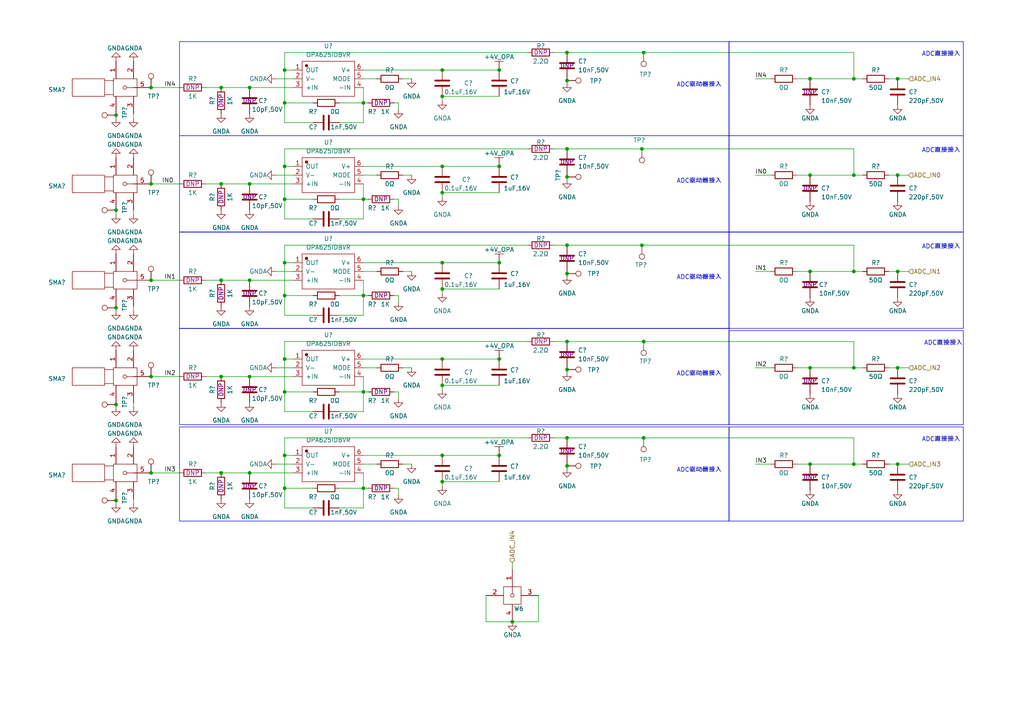
<source format=kicad_sch>
(kicad_sch (version 20230121) (generator eeschema)
  (paper "A4")
  (title_block (title "HPM6E00ADCEVKRevC") (date "2024-09-17") (rev "RevC") (comment 1 "ADC"))
  (junction (at 234.95 78.74))
  (junction (at 72.39 53.34))
  (junction (at 128.27 139.7))
  (junction (at 164.465 79.375))
  (junction (at 144.78 104.14))
  (junction (at 164.465 135.128))
  (junction (at 247.65 134.62))
  (junction (at 260.35 22.86))
  (junction (at 128.27 27.94))
  (junction (at 82.55 48.26))
  (junction (at 247.65 106.68))
  (junction (at 33.655 145.161))
  (junction (at 128.27 104.14))
  (junction (at 164.465 43.18))
  (junction (at 186.69 127))
  (junction (at 164.465 71.12))
  (junction (at 164.465 15.24))
  (junction (at 128.27 55.88))
  (junction (at 82.55 132.08))
  (junction (at 82.55 104.14))
  (junction (at 64.135 109.22))
  (junction (at 105.41 141.605))
  (junction (at 148.59 180.34))
  (junction (at 105.41 57.785))
  (junction (at 82.55 85.725))
  (junction (at 247.65 22.86))
  (junction (at 128.27 111.76))
  (junction (at 234.95 22.86))
  (junction (at 33.655 33.401))
  (junction (at 186.69 15.24))
  (junction (at 164.465 107.188))
  (junction (at 64.135 137.16))
  (junction (at 64.135 53.34))
  (junction (at 82.55 76.2))
  (junction (at 33.655 117.348))
  (junction (at 33.655 89.281))
  (junction (at 43.815 109.22))
  (junction (at 128.27 76.2))
  (junction (at 72.39 81.28))
  (junction (at 43.815 137.16))
  (junction (at 164.465 23.368))
  (junction (at 105.41 29.845))
  (junction (at 82.55 113.665))
  (junction (at 82.55 20.32))
  (junction (at 64.135 25.4))
  (junction (at 144.78 76.2))
  (junction (at 234.95 50.8))
  (junction (at 43.815 53.34))
  (junction (at 105.41 85.725))
  (junction (at 186.182 43.18))
  (junction (at 247.65 78.74))
  (junction (at 82.55 57.785))
  (junction (at 43.815 25.4))
  (junction (at 33.655 60.96))
  (junction (at 247.65 50.8))
  (junction (at 128.27 20.32))
  (junction (at 260.35 78.74))
  (junction (at 234.95 134.62))
  (junction (at 128.27 132.08))
  (junction (at 164.465 127))
  (junction (at 144.78 132.08))
  (junction (at 260.35 134.62))
  (junction (at 72.39 25.4))
  (junction (at 186.69 99.06))
  (junction (at 164.465 99.06))
  (junction (at 72.39 109.22))
  (junction (at 105.41 113.665))
  (junction (at 82.55 141.605))
  (junction (at 43.815 81.28))
  (junction (at 234.95 106.68))
  (junction (at 128.27 83.82))
  (junction (at 186.182 71.12))
  (junction (at 260.35 106.68))
  (junction (at 72.39 137.16))
  (junction (at 64.135 81.28))
  (junction (at 82.55 29.845))
  (junction (at 144.78 48.26))
  (junction (at 128.27 48.26))
  (junction (at 144.78 20.32))
  (junction (at 260.35 50.8))
  (junction (at 164.465 51.308))
  (wire (pts (xy 105.41 57.785) (xy 105.41 63.5)))
  (wire (pts (xy 98.425 119.38) (xy 105.41 119.38)))
  (wire (pts (xy 260.35 50.8) (xy 263.525 50.8)))
  (wire (pts (xy 164.465 127) (xy 186.69 127)))
  (wire (pts (xy 164.465 80.01) (xy 164.465 79.375)))
  (wire (pts (xy 80.01 78.74) (xy 85.09 78.74)))
  (wire (pts (xy 90.805 57.785) (xy 82.55 57.785)))
  (wire (pts (xy 98.425 141.605) (xy 105.41 141.605)))
  (wire (pts (xy 82.55 132.08) (xy 85.09 132.08)))
  (wire (pts (xy 82.55 71.12) (xy 153.035 71.12)))
  (wire (pts (xy 219.075 78.74) (xy 223.52 78.74)))
  (wire (pts (xy 72.39 53.34) (xy 85.09 53.34)))
  (wire (pts (xy 105.41 85.725) (xy 105.41 91.44)))
  (wire (pts (xy 164.465 23.368) (xy 164.465 22.86)))
  (wire (pts (xy 98.425 57.785) (xy 105.41 57.785)))
  (wire (pts (xy 72.39 109.22) (xy 85.09 109.22)))
  (wire (pts (xy 144.78 76.2) (xy 128.27 76.2)))
  (wire (pts (xy 43.815 137.16) (xy 52.07 137.16)))
  (wire (pts (xy 82.55 127) (xy 82.55 132.08)))
  (wire (pts (xy 128.27 27.94) (xy 144.78 27.94)))
  (wire (pts (xy 98.425 147.32) (xy 105.41 147.32)))
  (wire (pts (xy 80.01 106.68) (xy 85.09 106.68)))
  (wire (pts (xy 90.805 113.665) (xy 82.55 113.665)))
  (wire (pts (xy 59.69 81.28) (xy 64.135 81.28)))
  (wire (pts (xy 257.81 78.74) (xy 260.35 78.74)))
  (wire (pts (xy 43.815 53.34) (xy 52.07 53.34)))
  (wire (pts (xy 38.735 146.05) (xy 38.735 144.78)))
  (wire (pts (xy 98.425 63.5) (xy 105.41 63.5)))
  (wire (pts (xy 105.41 113.665) (xy 105.41 119.38)))
  (wire (pts (xy 160.655 99.06) (xy 164.465 99.06)))
  (wire (pts (xy 109.22 22.86) (xy 105.41 22.86)))
  (wire (pts (xy 164.465 43.18) (xy 186.182 43.18)))
  (wire (pts (xy 247.65 134.62) (xy 250.19 134.62)))
  (wire (pts (xy 234.95 50.8) (xy 247.65 50.8)))
  (wire (pts (xy 72.39 137.16) (xy 85.09 137.16)))
  (wire (pts (xy 90.805 35.56) (xy 82.55 35.56)))
  (wire (pts (xy 82.55 48.26) (xy 85.09 48.26)))
  (wire (pts (xy 38.735 118.11) (xy 38.735 116.84)))
  (wire (pts (xy 105.41 113.665) (xy 106.68 113.665)))
  (wire (pts (xy 119.38 106.68) (xy 116.84 106.68)))
  (wire (pts (xy 72.39 25.4) (xy 64.135 25.4)))
  (wire (pts (xy 260.35 22.86) (xy 263.525 22.86)))
  (wire (pts (xy 160.655 43.18) (xy 164.465 43.18)))
  (wire (pts (xy 164.465 71.12) (xy 186.182 71.12)))
  (wire (pts (xy 115.57 57.785) (xy 114.3 57.785)))
  (wire (pts (xy 109.22 134.62) (xy 105.41 134.62)))
  (wire (pts (xy 82.55 76.2) (xy 85.09 76.2)))
  (wire (pts (xy 247.65 43.18) (xy 247.65 50.8)))
  (wire (pts (xy 231.14 78.74) (xy 234.95 78.74)))
  (wire (pts (xy 33.655 90.17) (xy 33.655 89.281)))
  (wire (pts (xy 43.815 109.22) (xy 52.07 109.22)))
  (wire (pts (xy 98.425 35.56) (xy 105.41 35.56)))
  (wire (pts (xy 72.39 137.16) (xy 64.135 137.16)))
  (wire (pts (xy 82.55 113.665) (xy 82.55 104.14)))
  (wire (pts (xy 128.27 48.26) (xy 105.41 48.26)))
  (wire (pts (xy 156.21 172.72) (xy 156.21 180.34)))
  (wire (pts (xy 59.69 137.16) (xy 64.135 137.16)))
  (wire (pts (xy 144.78 132.08) (xy 128.27 132.08)))
  (wire (pts (xy 98.425 29.845) (xy 105.41 29.845)))
  (wire (pts (xy 43.815 81.28) (xy 52.07 81.28)))
  (wire (pts (xy 115.57 85.725) (xy 115.57 87.63)))
  (wire (pts (xy 164.465 24.13) (xy 164.465 23.368)))
  (wire (pts (xy 59.69 25.4) (xy 64.135 25.4)))
  (wire (pts (xy 247.65 78.74) (xy 250.19 78.74)))
  (wire (pts (xy 115.57 113.665) (xy 115.57 115.57)))
  (wire (pts (xy 260.35 78.74) (xy 263.525 78.74)))
  (wire (pts (xy 105.41 137.16) (xy 105.41 141.605)))
  (wire (pts (xy 234.95 134.62) (xy 247.65 134.62)))
  (wire (pts (xy 98.425 85.725) (xy 105.41 85.725)))
  (wire (pts (xy 164.465 15.24) (xy 186.69 15.24)))
  (wire (pts (xy 33.655 34.29) (xy 33.655 33.401)))
  (wire (pts (xy 38.735 90.17) (xy 38.735 88.9)))
  (wire (pts (xy 38.735 34.29) (xy 38.735 33.02)))
  (wire (pts (xy 247.65 99.06) (xy 247.65 106.68)))
  (wire (pts (xy 43.815 25.4) (xy 52.07 25.4)))
  (wire (pts (xy 109.22 50.8) (xy 105.41 50.8)))
  (wire (pts (xy 128.27 83.82) (xy 144.78 83.82)))
  (wire (pts (xy 144.78 104.14) (xy 128.27 104.14)))
  (wire (pts (xy 33.655 89.281) (xy 33.655 88.9)))
  (wire (pts (xy 247.65 50.8) (xy 250.19 50.8)))
  (wire (pts (xy 105.41 141.605) (xy 105.41 147.32)))
  (wire (pts (xy 186.182 43.18) (xy 247.65 43.18)))
  (wire (pts (xy 33.655 33.401) (xy 33.655 33.02)))
  (wire (pts (xy 33.655 62.23) (xy 33.655 60.96)))
  (wire (pts (xy 115.57 85.725) (xy 114.3 85.725)))
  (wire (pts (xy 260.35 134.62) (xy 263.525 134.62)))
  (wire (pts (xy 90.805 63.5) (xy 82.55 63.5)))
  (wire (pts (xy 82.55 71.12) (xy 82.55 76.2)))
  (wire (pts (xy 160.655 15.24) (xy 164.465 15.24)))
  (wire (pts (xy 119.38 50.8) (xy 116.84 50.8)))
  (wire (pts (xy 231.14 106.68) (xy 234.95 106.68)))
  (wire (pts (xy 82.55 15.24) (xy 153.035 15.24)))
  (wire (pts (xy 72.39 53.34) (xy 64.135 53.34)))
  (wire (pts (xy 164.465 52.07) (xy 164.465 51.308)))
  (wire (pts (xy 164.465 107.95) (xy 164.465 107.188)))
  (wire (pts (xy 148.59 163.195) (xy 148.59 165.1)))
  (wire (pts (xy 128.27 139.7) (xy 144.78 139.7)))
  (wire (pts (xy 82.55 29.845) (xy 82.55 20.32)))
  (wire (pts (xy 164.465 99.06) (xy 186.69 99.06)))
  (wire (pts (xy 82.55 29.845) (xy 82.55 35.56)))
  (wire (pts (xy 82.55 141.605) (xy 82.55 147.32)))
  (wire (pts (xy 82.55 85.725) (xy 82.55 76.2)))
  (wire (pts (xy 140.97 180.34) (xy 148.59 180.34)))
  (wire (pts (xy 257.81 22.86) (xy 260.35 22.86)))
  (wire (pts (xy 263.525 106.68) (xy 260.35 106.68)))
  (wire (pts (xy 72.39 25.4) (xy 85.09 25.4)))
  (wire (pts (xy 260.35 106.68) (xy 257.81 106.68)))
  (wire (pts (xy 105.41 53.34) (xy 105.41 57.785)))
  (wire (pts (xy 80.01 22.86) (xy 85.09 22.86)))
  (wire (pts (xy 219.075 22.86) (xy 223.52 22.86)))
  (wire (pts (xy 144.78 48.26) (xy 128.27 48.26)))
  (wire (pts (xy 72.39 81.28) (xy 85.09 81.28)))
  (wire (pts (xy 82.55 85.725) (xy 82.55 91.44)))
  (wire (pts (xy 164.465 135.89) (xy 164.465 135.128)))
  (wire (pts (xy 115.57 29.845) (xy 114.3 29.845)))
  (wire (pts (xy 109.22 78.74) (xy 105.41 78.74)))
  (wire (pts (xy 82.55 99.06) (xy 153.035 99.06)))
  (wire (pts (xy 247.65 22.86) (xy 250.19 22.86)))
  (wire (pts (xy 82.55 20.32) (xy 85.09 20.32)))
  (wire (pts (xy 82.55 15.24) (xy 82.55 20.32)))
  (wire (pts (xy 82.55 141.605) (xy 82.55 132.08)))
  (wire (pts (xy 234.95 106.68) (xy 247.65 106.68)))
  (wire (pts (xy 219.075 50.8) (xy 223.52 50.8)))
  (wire (pts (xy 33.655 118.11) (xy 33.655 117.348)))
  (wire (pts (xy 186.69 127) (xy 247.65 127)))
  (wire (pts (xy 234.95 78.74) (xy 247.65 78.74)))
  (wire (pts (xy 105.41 85.725) (xy 106.68 85.725)))
  (wire (pts (xy 90.805 119.38) (xy 82.55 119.38)))
  (wire (pts (xy 82.55 127) (xy 153.035 127)))
  (wire (pts (xy 247.65 106.68) (xy 250.19 106.68)))
  (wire (pts (xy 186.69 99.06) (xy 247.65 99.06)))
  (wire (pts (xy 219.075 134.62) (xy 223.52 134.62)))
  (wire (pts (xy 82.55 43.18) (xy 82.55 48.26)))
  (wire (pts (xy 109.22 106.68) (xy 105.41 106.68)))
  (wire (pts (xy 128.27 20.32) (xy 105.41 20.32)))
  (wire (pts (xy 164.465 79.375) (xy 164.465 78.74)))
  (wire (pts (xy 59.69 53.34) (xy 64.135 53.34)))
  (wire (pts (xy 82.55 104.14) (xy 85.09 104.14)))
  (wire (pts (xy 105.41 81.28) (xy 105.41 85.725)))
  (wire (pts (xy 80.01 134.62) (xy 85.09 134.62)))
  (wire (pts (xy 82.55 57.785) (xy 82.55 48.26)))
  (wire (pts (xy 38.735 62.23) (xy 38.735 60.96)))
  (wire (pts (xy 33.655 145.161) (xy 33.655 144.78)))
  (wire (pts (xy 257.81 134.62) (xy 260.35 134.62)))
  (wire (pts (xy 186.182 71.12) (xy 247.65 71.12)))
  (wire (pts (xy 247.65 15.24) (xy 247.65 22.86)))
  (wire (pts (xy 72.39 81.28) (xy 64.135 81.28)))
  (wire (pts (xy 82.55 113.665) (xy 82.55 119.38)))
  (wire (pts (xy 119.38 22.86) (xy 116.84 22.86)))
  (wire (pts (xy 105.41 109.22) (xy 105.41 113.665)))
  (wire (pts (xy 128.27 55.88) (xy 144.78 55.88)))
  (wire (pts (xy 115.57 113.665) (xy 114.3 113.665)))
  (wire (pts (xy 90.805 85.725) (xy 82.55 85.725)))
  (wire (pts (xy 115.57 57.785) (xy 115.57 59.69)))
  (wire (pts (xy 98.425 91.44) (xy 105.41 91.44)))
  (wire (pts (xy 98.425 113.665) (xy 105.41 113.665)))
  (wire (pts (xy 231.14 134.62) (xy 234.95 134.62)))
  (wire (pts (xy 160.655 71.12) (xy 164.465 71.12)))
  (wire (pts (xy 219.075 106.68) (xy 223.52 106.68)))
  (wire (pts (xy 90.805 91.44) (xy 82.55 91.44)))
  (wire (pts (xy 72.39 109.22) (xy 64.135 109.22)))
  (wire (pts (xy 128.27 85.09) (xy 128.27 83.82)))
  (wire (pts (xy 80.01 50.8) (xy 85.09 50.8)))
  (wire (pts (xy 59.69 109.22) (xy 64.135 109.22)))
  (wire (pts (xy 33.655 146.05) (xy 33.655 145.161)))
  (wire (pts (xy 128.27 111.76) (xy 144.78 111.76)))
  (wire (pts (xy 119.38 134.62) (xy 116.84 134.62)))
  (wire (pts (xy 156.21 180.34) (xy 148.59 180.34)))
  (wire (pts (xy 128.27 140.97) (xy 128.27 139.7)))
  (wire (pts (xy 144.78 20.32) (xy 128.27 20.32)))
  (wire (pts (xy 231.14 50.8) (xy 234.95 50.8)))
  (wire (pts (xy 90.805 29.845) (xy 82.55 29.845)))
  (wire (pts (xy 186.69 15.24) (xy 247.65 15.24)))
  (wire (pts (xy 115.57 141.605) (xy 115.57 143.51)))
  (wire (pts (xy 105.41 57.785) (xy 106.68 57.785)))
  (wire (pts (xy 140.97 180.34) (xy 140.97 172.72)))
  (wire (pts (xy 105.41 29.845) (xy 105.41 35.56)))
  (wire (pts (xy 82.55 43.18) (xy 153.035 43.18)))
  (wire (pts (xy 128.27 57.15) (xy 128.27 55.88)))
  (wire (pts (xy 247.65 127) (xy 247.65 134.62)))
  (wire (pts (xy 105.41 141.605) (xy 106.68 141.605)))
  (wire (pts (xy 128.27 29.21) (xy 128.27 27.94)))
  (wire (pts (xy 160.655 127) (xy 164.465 127)))
  (wire (pts (xy 164.465 51.308) (xy 164.465 50.8)))
  (wire (pts (xy 128.27 113.03) (xy 128.27 111.76)))
  (wire (pts (xy 164.465 107.188) (xy 164.465 106.68)))
  (wire (pts (xy 128.27 132.08) (xy 105.41 132.08)))
  (wire (pts (xy 115.57 141.605) (xy 114.3 141.605)))
  (wire (pts (xy 119.38 78.74) (xy 116.84 78.74)))
  (wire (pts (xy 82.55 99.06) (xy 82.55 104.14)))
  (wire (pts (xy 234.95 22.86) (xy 247.65 22.86)))
  (wire (pts (xy 247.65 71.12) (xy 247.65 78.74)))
  (wire (pts (xy 82.55 57.785) (xy 82.55 63.5)))
  (wire (pts (xy 257.81 50.8) (xy 260.35 50.8)))
  (wire (pts (xy 105.41 29.845) (xy 106.68 29.845)))
  (wire (pts (xy 231.14 22.86) (xy 234.95 22.86)))
  (wire (pts (xy 90.805 141.605) (xy 82.55 141.605)))
  (wire (pts (xy 115.57 29.845) (xy 115.57 31.75)))
  (wire (pts (xy 90.805 147.32) (xy 82.55 147.32)))
  (wire (pts (xy 33.655 117.348) (xy 33.655 116.84)))
  (wire (pts (xy 105.41 25.4) (xy 105.41 29.845)))
  (wire (pts (xy 128.27 104.14) (xy 105.41 104.14)))
  (wire (pts (xy 128.27 76.2) (xy 105.41 76.2)))
  (wire (pts (xy 164.465 135.128) (xy 164.465 134.62)))
  (rectangle (start 211.455 39.37) (end 279.4 67.31))
  (rectangle (start 211.455 12.065) (end 279.4 39.37))
  (rectangle (start 211.455 67.31) (end 279.4 95.25))
  (rectangle (start 52.07 67.31) (end 211.455 95.25))
  (rectangle (start 52.07 12.065) (end 211.455 39.37))
  (rectangle (start 52.07 123.825) (end 211.455 151.13))
  (rectangle (start 211.455 95.885) (end 279.4 123.19))
  (rectangle (start 52.07 39.37) (end 211.455 67.31))
  (rectangle (start 211.455 123.825) (end 279.4 151.13))
  (rectangle (start 52.07 95.25) (end 211.455 123.19))
  (text "ADC驱动器接入" (at 196.215 25.4 0) (effects (font (size 1.27 1.27)) (justify left bottom)))
  (text "ADC驱动器接入" (at 196.215 109.22 0) (effects (font (size 1.27 1.27)) (justify left bottom)))
  (text "ADC直接接入" (at 267.97 100.33 0) (effects (font (size 1.27 1.27)) (justify left bottom)))
  (text "ADC驱动器接入" (at 196.215 53.34 0) (effects (font (size 1.27 1.27)) (justify left bottom)))
  (text "ADC直接接入" (at 267.335 128.27 0) (effects (font (size 1.27 1.27)) (justify left bottom)))
  (text "ADC驱动器接入" (at 196.215 137.16 0) (effects (font (size 1.27 1.27)) (justify left bottom)))
  (text "ADC直接接入" (at 267.335 16.51 0) (effects (font (size 1.27 1.27)) (justify left bottom)))
  (text "ADC直接接入" (at 267.335 72.39 0) (effects (font (size 1.27 1.27)) (justify left bottom)))
  (text "ADC直接接入" (at 267.335 44.45 0) (effects (font (size 1.27 1.27)) (justify left bottom)))
  (text "ADC驱动器接入" (at 196.215 81.28 0) (effects (font (size 1.27 1.27)) (justify left bottom)))
  (label "IN3" (at 47.625 137.16 0))
  (label "IN2" (at 47.625 109.22 0))
  (label "IN0" (at 219.075 50.8 0))
  (label "IN4" (at 47.625 25.4 0))
  (label "IN4" (at 219.075 22.86 0))
  (label "IN0" (at 46.99 53.34 0))
  (label "IN1" (at 219.075 78.74 0))
  (label "IN3" (at 219.075 134.62 0))
  (label "IN1" (at 47.625 81.28 0))
  (label "IN2" (at 219.075 106.68 0))
  (hierarchical_label "ADC_IN3" (shape input) (at 263.525 134.62 0))
  (hierarchical_label "ADC_IN4" (shape input) (at 148.59 163.195 90))
  (hierarchical_label "ADC_IN1" (shape input) (at 263.525 78.74 0))
  (hierarchical_label "ADC_IN0" (shape input) (at 263.525 50.8 0))
  (hierarchical_label "ADC_IN4" (shape input) (at 263.525 22.86 0))
  (hierarchical_label "ADC_IN2" (shape input) (at 263.525 106.68 0))
  (symbol (lib_id "00_HPM_power:GNDA") (at 64.135 116.84 0) (unit 1)
    (property "Reference" "#PWR?" (effects hide))
    (property "Value" "GNDA" (at 64.135 121.92 0))
    (instances (project "HPM62_63_144_ADC_EVK_RevC" (path "" (reference "#PWR?") (unit 1)) (path "" (reference "#PWR?") (unit 1)) (path "" (reference "#PWR?") (unit 1))) (project "HPM6E00ADCEVKRevC" (path "" (reference "#PWR0288") (unit 1))))
  )
  (symbol (lib_id "01-HPM-Peripheral:TestPoint-1.0mm") (at 186.182 71.12 180) (unit 1)
    (property "Reference" "TP?" (at 184.15 76.835 0) (effects (justify right)))
    (property "Value" "PF14" (effects hide))
    (property "Footprint" "01_HPM_Peripheral:TestPoint_Pad_D1.0mm" (effects hide))
    (property "Digi-Key_PN" "36-5002-ND" (effects hide))
    (property "MPN" "5002" (effects hide))
    (property "Category" "Test and Measurement" (effects hide))
    (property "Family" "Test Points" (effects hide))
    (property "DK_Datasheet_Link" "http://www.keyelco.com/product-pdf.cfm?p=1311" (effects hide))
    (property "DK_Detail_Page" "/product-detail/en/keystone-electronics/5002/36-5002-ND/255328" (effects hide))
    (property "Description" "PC TEST POINT MINIATURE WHITE" (effects hide))
    (property "Manufacturer" "Keystone Electronics" (effects hide))
    (property "Status" "Active" (effects hide))
    (instances (project "HPM62_63_144_ADC_EVK_RevC" (path "" (reference "TP?") (unit 1))) (project "HPM6E00ADCEVKRevC" (path "" (reference "TP19") (unit 1))))
  )
  (symbol (lib_id "03_HPM_Capacitance:1nF,50V_0402") (at 94.615 119.38 90) (unit 1)
    (property "Reference" "C?" (at 90.805 120.65 90))
    (property "Value" "1nF,50V" (at 99.695 120.65 90))
    (property "Footprint" "03_HPM_Capacitance:C_0402_1005Metric" (effects hide))
    (property "Model" "CL05B102KB5NNNC" (effects hide))
    (property "Company" "SAMSUNG(三星)" (effects hide))
    (instances (project "HPM62_63_144_ADC_EVK_RevC" (path "" (reference "C?") (unit 1))) (project "HPM6E00ADCEVKRevC" (path "" (reference "C118") (unit 1))))
  )
  (symbol (lib_id "03_HPM_Capacitance:1nF,50V_0402") (at 94.615 35.56 90) (unit 1)
    (property "Reference" "C?" (at 90.805 36.83 90))
    (property "Value" "1nF,50V" (at 99.695 36.83 90))
    (property "Footprint" "03_HPM_Capacitance:C_0402_1005Metric" (effects hide))
    (property "Model" "CL05B102KB5NNNC" (effects hide))
    (property "Company" "SAMSUNG(三星)" (effects hide))
    (instances (project "HPM62_63_144_ADC_EVK_RevC" (path "" (reference "C?") (unit 1))) (project "HPM6E00ADCEVKRevC" (path "" (reference "C132") (unit 1))))
  )
  (symbol (lib_id "03_HPM_Capacitance:1uF,16V_0402") (at 144.78 107.95 0) (unit 1)
    (property "Reference" "C?" (at 147.955 107.315 0) (effects (justify left)))
    (property "Value" "1uF,16V" (at 146.05 110.49 0) (effects (justify left)))
    (property "Footprint" "03_HPM_Capacitance:C_0402_1005Metric" (effects hide))
    (property "Model" " CL05A105KO5NNNC" (effects hide))
    (property "Company" " SAMSUNG(三星) " (effects hide))
    (instances (project "HPM62_63_144_ADC_EVK_RevC" (path "" (reference "C?") (unit 1))) (project "HPM6E00ADCEVKRevC" (path "" (reference "C120") (unit 1))))
  )
  (symbol (lib_id "00_HPM_power:GNDA") (at 33.655 118.11 0) (unit 1)
    (property "Reference" "#PWR?" (effects hide))
    (property "Value" "GNDA" (at 33.655 123.19 0))
    (instances (project "HPM62_63_144_ADC_EVK_RevC" (path "" (reference "#PWR?") (unit 1)) (path "" (reference "#PWR?") (unit 1)) (path "" (reference "#PWR?") (unit 1))) (project "HPM6E00ADCEVKRevC" (path "" (reference "#PWR0284") (unit 1))))
  )
  (symbol (lib_id "00_HPM_power:+4V_OPA") (at 144.78 76.2 0) (unit 1) (in_bom no) (on_board no)
    (property "Reference" "#PWR?" (effects hide))
    (property "Value" "+4V_OPA" (at 144.78 72.39 0))
    (instances (project "HPM62_63_144_ADC_EVK_RevC" (path "" (reference "#PWR?") (unit 1)) (path "" (reference "#PWR?") (unit 1))) (project "HPM6E00ADCEVKRevC" (path "" (reference "#PWR0317") (unit 1))))
  )
  (symbol (lib_id "00_HPM_power:GNDA") (at 234.95 86.36 0) (unit 1)
    (property "Reference" "#PWR?" (effects hide))
    (property "Value" "GNDA" (at 234.95 90.17 0))
    (instances (project "HPM62_63_144_ADC_EVK_RevC" (path "" (reference "#PWR?") (unit 1)) (path "" (reference "#PWR?") (unit 1)) (path "" (reference "#PWR?") (unit 1))) (project "HPM6E00ADCEVKRevC" (path "" (reference "#PWR0267") (unit 1))))
  )
  (symbol (lib_id "00_HPM_power:GNDA") (at 80.01 134.62 270) (unit 1)
    (property "Reference" "#PWR?" (effects hide))
    (property "Value" "GNDA" (at 77.47 134.62 90) (effects (justify right)))
    (instances (project "HPM62_63_144_ADC_EVK_RevC" (path "" (reference "#PWR?") (unit 1)) (path "" (reference "#PWR?") (unit 1)) (path "" (reference "#PWR?") (unit 1))) (project "HPM6E00ADCEVKRevC" (path "" (reference "#PWR0285") (unit 1))))
  )
  (symbol (lib_id "02_HPM_Resistor:1K_0402") (at 94.615 141.605 0) (unit 1)
    (property "Reference" "R?" (at 90.805 144.145 0))
    (property "Value" "0Ω" (at 97.155 144.145 0))
    (property "Footprint" "02_HPM_Resistor:R_0402_1005Metric" (effects hide))
    (property "Model" "0402WGF1001TCE" (effects hide))
    (property "Company" "UNI-ROYAL(厚声)" (effects hide))
    (instances (project "HPM62_63_144_ADC_EVK_RevC" (path "" (reference "R?") (unit 1))) (project "HPM6E00ADCEVKRevC" (path "" (reference "R97") (unit 1))))
  )
  (symbol (lib_id "03_HPM_Capacitance:10nF,50V_0402") (at 260.35 26.67 0) (unit 1)
    (property "Reference" "C?" (at 263.525 26.67 0) (effects (justify left)))
    (property "Value" "220pF,50V" (at 263.525 29.21 0) (effects (justify left)))
    (property "Footprint" "03_HPM_Capacitance:C_0402_1005Metric" (effects hide))
    (property "Model" " CL05B103KB5NNNC" (effects hide))
    (property "Company" "SAMSUNG(三星)" (effects hide))
    (instances (project "HPM62_63_144_ADC_EVK_RevC" (path "" (reference "C?") (unit 1))) (project "HPM6E00ADCEVKRevC" (path "" (reference "C137") (unit 1))))
  )
  (symbol (lib_id "01-HPM-Peripheral:TestPoint-1.0mm") (at 43.815 137.16 0) (unit 1)
    (property "Reference" "TP?" (at 46.355 139.7 0) (effects (justify right)))
    (property "Value" "S" (effects hide))
    (property "Footprint" "01_HPM_Peripheral:TestPoint_Pad_D1.0mm" (effects hide))
    (property "Digi-Key_PN" "36-5002-ND" (effects hide))
    (property "MPN" "5002" (effects hide))
    (property "Category" "Test and Measurement" (effects hide))
    (property "Family" "Test Points" (effects hide))
    (property "DK_Datasheet_Link" "http://www.keyelco.com/product-pdf.cfm?p=1311" (effects hide))
    (property "DK_Detail_Page" "/product-detail/en/keystone-electronics/5002/36-5002-ND/255328" (effects hide))
    (property "Description" "PC TEST POINT MINIATURE WHITE" (effects hide))
    (property "Manufacturer" "Keystone Electronics" (effects hide))
    (property "Status" "Active" (effects hide))
    (instances (project "HPM62_63_144_ADC_EVK_RevC" (path "" (reference "TP?") (unit 1))) (project "HPM6E00ADCEVKRevC" (path "" (reference "TP25") (unit 1))))
  )
  (symbol (lib_id "01-HPM-Peripheral:TestPoint-1.0mm") (at 33.655 89.281 90) (unit 1)
    (property "Reference" "TP?" (at 36.195 86.741 0) (effects (justify right)))
    (property "Value" "G" (effects hide))
    (property "Footprint" "01_HPM_Peripheral:TestPoint_Pad_D1.0mm" (effects hide))
    (property "Digi-Key_PN" "36-5002-ND" (effects hide))
    (property "MPN" "5002" (effects hide))
    (property "Category" "Test and Measurement" (effects hide))
    (property "Family" "Test Points" (effects hide))
    (property "DK_Datasheet_Link" "http://www.keyelco.com/product-pdf.cfm?p=1311" (effects hide))
    (property "DK_Detail_Page" "/product-detail/en/keystone-electronics/5002/36-5002-ND/255328" (effects hide))
    (property "Description" "PC TEST POINT MINIATURE WHITE" (effects hide))
    (property "Manufacturer" "Keystone Electronics" (effects hide))
    (property "Status" "Active" (effects hide))
    (instances (project "HPM62_63_144_ADC_EVK_RevC" (path "" (reference "TP?") (unit 1))) (project "HPM6E00ADCEVKRevC" (path "" (reference "TP16") (unit 1))))
  )
  (symbol (lib_id "02_HPM_Resistor:2.2Ω_0402") (at 254 22.86 0) (unit 1)
    (property "Reference" "R?" (at 254 20.32 0))
    (property "Value" "50Ω" (at 254 25.4 0))
    (property "Footprint" "02_HPM_Resistor:R_0402_1005Metric" (effects hide))
    (property "Model" " 0402WGF220KTCE" (effects hide))
    (property "Company" " UNI-ROYAL(厚声) " (effects hide))
    (instances (project "HPM62_63_144_ADC_EVK_RevC" (path "" (reference "R?") (unit 1))) (project "HPM6E00ADCEVKRevC" (path "" (reference "R83") (unit 1))))
  )
  (symbol (lib_id "01-HPM-Peripheral:TestPoint-1.0mm") (at 186.69 99.06 180) (unit 1)
    (property "Reference" "TP?" (at 185.42 104.775 0) (effects (justify right)))
    (property "Value" "PF17" (effects hide))
    (property "Footprint" "01_HPM_Peripheral:TestPoint_Pad_D1.0mm" (effects hide))
    (property "Digi-Key_PN" "36-5002-ND" (effects hide))
    (property "MPN" "5002" (effects hide))
    (property "Category" "Test and Measurement" (effects hide))
    (property "Family" "Test Points" (effects hide))
    (property "DK_Datasheet_Link" "http://www.keyelco.com/product-pdf.cfm?p=1311" (effects hide))
    (property "DK_Detail_Page" "/product-detail/en/keystone-electronics/5002/36-5002-ND/255328" (effects hide))
    (property "Description" "PC TEST POINT MINIATURE WHITE" (effects hide))
    (property "Manufacturer" "Keystone Electronics" (effects hide))
    (property "Status" "Active" (effects hide))
    (instances (project "HPM62_63_144_ADC_EVK_RevC" (path "" (reference "TP?") (unit 1))) (project "HPM6E00ADCEVKRevC" (path "" (reference "TP23") (unit 1))))
  )
  (symbol (lib_id "00_HPM_power:GNDA") (at 119.38 50.8 0) (unit 1)
    (property "Reference" "#PWR?" (effects hide))
    (property "Value" "GNDA" (at 119.38 55.88 0))
    (instances (project "HPM62_63_144_ADC_EVK_RevC" (path "" (reference "#PWR?") (unit 1)) (path "" (reference "#PWR?") (unit 1)) (path "" (reference "#PWR?") (unit 1))) (project "HPM6E00ADCEVKRevC" (path "" (reference "#PWR0329") (unit 1))))
  )
  (symbol (lib_id "03_HPM_Capacitance:10nF,50V_0402") (at 164.465 74.93 0) (unit 1)
    (property "Reference" "C?" (at 167.64 73.66 0) (effects (justify left)))
    (property "Value" "10nF,50V" (at 167.64 76.2 0) (effects (justify left)))
    (property "Footprint" "03_HPM_Capacitance:C_0402_1005Metric" (effects hide))
    (property "Model" " CL05B103KB5NNNC" (effects hide))
    (property "Company" "SAMSUNG(三星)" (effects hide))
    (property "ASSY_OPT" "DNP" (at 164.465 74.93 0))
    (instances (project "HPM62_63_144_ADC_EVK_RevC" (path "" (reference "C?") (unit 1))) (project "HPM6E00ADCEVKRevC" (path "" (reference "C115") (unit 1))))
  )
  (symbol (lib_id "01-HPM-Peripheral:IPEX3-TXZ_214") (at 148.59 172.72 90) (unit 1)
    (property "Reference" "W6" (at 150.495 176.53 90))
    (property "Value" "IPEX3-TXZ_214" (effects hide))
    (property "Footprint" "01_HPM_Peripheral:RF-SMD_IPEX3-TXZ-214" (effects hide))
    (property "Model" "IPEX3-TXZ_214" (effects hide))
    (property "Company" " SHOU HAN(首韩)" (effects hide))
    (property "SuppliersPartNumber" "C18222211" (effects hide))
    (property "uuid" "std:3c13f2d8b71f4dfdb888abfcda15d851" (effects hide))
    (instances (project "HPM6E00ADCEVKRevC" (path "" (reference "W6") (unit 1)) (path "" (reference "W5") (unit 1))))
  )
  (symbol (lib_id "03_HPM_Capacitance:10nF,50V_0402") (at 260.35 54.61 0) (unit 1)
    (property "Reference" "C?" (at 263.525 54.61 0) (effects (justify left)))
    (property "Value" "220pF,50V" (at 263.525 57.15 0) (effects (justify left)))
    (property "Footprint" "03_HPM_Capacitance:C_0402_1005Metric" (effects hide))
    (property "Model" " CL05B103KB5NNNC" (effects hide))
    (property "Company" "SAMSUNG(三星)" (effects hide))
    (instances (project "HPM62_63_144_ADC_EVK_RevC" (path "" (reference "C?") (unit 1))) (project "HPM6E00ADCEVKRevC" (path "" (reference "C107") (unit 1))))
  )
  (symbol (lib_id "15_HPM_Libing:OPA625IDBVR") (at 95.25 134.62 0) (unit 1)
    (property "Reference" "U?" (at 95.25 125.095 0))
    (property "Value" "OPA625IDBVR" (at 95.25 127.635 0))
    (property "Footprint" "kicad_lceda:SOT-23-6_L2.9-W1.6-P0.95-LS2.8-BR" (effects hide))
    (property "SuppliersPartNumber" "C495362" (effects hide))
    (property "uuid" "std:90e4ce1759de412d9bf8c9107a5f1053" (effects hide))
    (property "Model" "OPA625IDBVR" (effects hide))
    (property "Company" " TI(德州仪器)" (effects hide))
    (instances (project "HPM62_63_144_ADC_EVK_RevC" (path "" (reference "U?") (unit 1))) (project "HPM6E00ADCEVKRevC" (path "" (reference "U20") (unit 1))))
  )
  (symbol (lib_id "01-HPM-Peripheral:TestPoint-1.0mm") (at 164.465 23.368 270) (unit 1)
    (property "Reference" "TP?" (at 174.625 23.495 90) (effects (justify right)))
    (property "Value" "AGND" (effects hide))
    (property "Footprint" "01_HPM_Peripheral:TestPoint_Pad_D1.0mm" (effects hide))
    (property "Digi-Key_PN" "36-5002-ND" (effects hide))
    (property "MPN" "5002" (effects hide))
    (property "Category" "Test and Measurement" (effects hide))
    (property "Family" "Test Points" (effects hide))
    (property "DK_Datasheet_Link" "http://www.keyelco.com/product-pdf.cfm?p=1311" (effects hide))
    (property "DK_Detail_Page" "/product-detail/en/keystone-electronics/5002/36-5002-ND/255328" (effects hide))
    (property "Description" "PC TEST POINT MINIATURE WHITE" (effects hide))
    (property "Manufacturer" "Keystone Electronics" (effects hide))
    (property "Status" "Active" (effects hide))
    (instances (project "HPM62_63_144_ADC_EVK_RevC" (path "" (reference "TP?") (unit 1))) (project "HPM6E00ADCEVKRevC" (path "" (reference "TP13") (unit 1))))
  )
  (symbol (lib_id "00_HPM_power:GNDA") (at 64.135 88.9 0) (unit 1)
    (property "Reference" "#PWR?" (effects hide))
    (property "Value" "GNDA" (at 64.135 93.98 0))
    (instances (project "HPM62_63_144_ADC_EVK_RevC" (path "" (reference "#PWR?") (unit 1)) (path "" (reference "#PWR?") (unit 1)) (path "" (reference "#PWR?") (unit 1))) (project "HPM6E00ADCEVKRevC" (path "" (reference "#PWR0299") (unit 1))))
  )
  (symbol (lib_id "02_HPM_Resistor:1K_0402") (at 110.49 141.605 0) (unit 1)
    (property "Reference" "R?" (at 107.95 144.145 0))
    (property "Value" "1K" (at 111.76 144.145 0))
    (property "Footprint" "02_HPM_Resistor:R_0402_1005Metric" (effects hide))
    (property "Model" "0402WGF1001TCE" (effects hide))
    (property "Company" "UNI-ROYAL(厚声)" (effects hide))
    (property "ASSY_OPT" "DNP" (at 110.49 141.605 0))
    (instances (project "HPM62_63_144_ADC_EVK_RevC" (path "" (reference "R?") (unit 1))) (project "HPM6E00ADCEVKRevC" (path "" (reference "R98") (unit 1))))
  )
  (symbol (lib_id "02_HPM_Resistor:2.2Ω_0402") (at 156.845 71.12 0) (unit 1)
    (property "Reference" "R?" (at 156.845 69.215 0))
    (property "Value" "2.2Ω" (at 156.845 73.66 0))
    (property "Footprint" "02_HPM_Resistor:R_0402_1005Metric" (effects hide))
    (property "Model" " 0402WGF220KTCE" (effects hide))
    (property "Company" " UNI-ROYAL(厚声) " (effects hide))
    (property "ASSY_OPT" "DNP" (at 156.845 71.12 0))
    (instances (project "HPM62_63_144_ADC_EVK_RevC" (path "" (reference "R?") (unit 1))) (project "HPM6E00ADCEVKRevC" (path "" (reference "R79") (unit 1))))
  )
  (symbol (lib_id "00_HPM_power:GNDA") (at 234.95 142.24 0) (unit 1)
    (property "Reference" "#PWR?" (effects hide))
    (property "Value" "GNDA" (at 234.95 146.05 0))
    (instances (project "HPM62_63_144_ADC_EVK_RevC" (path "" (reference "#PWR?") (unit 1)) (path "" (reference "#PWR?") (unit 1)) (path "" (reference "#PWR?") (unit 1))) (project "HPM6E00ADCEVKRevC" (path "" (reference "#PWR0268") (unit 1))))
  )
  (symbol (lib_id "02_HPM_Resistor:49.9Ω_0402") (at 55.88 53.34 0) (unit 1)
    (property "Reference" "R?" (at 55.88 50.8 0))
    (property "Value" "1K" (at 55.88 55.88 0))
    (property "Footprint" "02_HPM_Resistor:R_0402_1005Metric" (effects hide))
    (property "Model" " 0402WGF499JTCE" (effects hide))
    (property "Company" " UNI-ROYAL(厚声) " (effects hide))
    (property "ASSY_OPT" "DNP" (at 55.88 53.34 0))
    (instances (project "HPM62_63_144_ADC_EVK_RevC" (path "" (reference "R?") (unit 1))) (project "HPM6E00ADCEVKRevC" (path "" (reference "R62") (unit 1))))
  )
  (symbol (lib_id "02_HPM_Resistor:2.2Ω_0402") (at 254 50.8 0) (unit 1)
    (property "Reference" "R?" (at 254 48.26 0))
    (property "Value" "50Ω" (at 254 53.34 0))
    (property "Footprint" "02_HPM_Resistor:R_0402_1005Metric" (effects hide))
    (property "Model" " 0402WGF220KTCE" (effects hide))
    (property "Company" " UNI-ROYAL(厚声) " (effects hide))
    (instances (project "HPM62_63_144_ADC_EVK_RevC" (path "" (reference "R?") (unit 1))) (project "HPM6E00ADCEVKRevC" (path "" (reference "R66") (unit 1))))
  )
  (symbol (lib_id "03_HPM_Capacitance:10nF,50V_0402") (at 234.95 110.49 0) (unit 1)
    (property "Reference" "C?" (at 238.125 110.49 0) (effects (justify left)))
    (property "Value" "10nF,50V" (at 238.125 113.03 0) (effects (justify left)))
    (property "Footprint" "03_HPM_Capacitance:C_0402_1005Metric" (effects hide))
    (property "Model" " CL05B103KB5NNNC" (effects hide))
    (property "Company" "SAMSUNG(三星)" (effects hide))
    (property "ASSY_OPT" "DNP" (at 234.95 110.49 0))
    (instances (project "HPM62_63_144_ADC_EVK_RevC" (path "" (reference "C?") (unit 1))) (project "HPM6E00ADCEVKRevC" (path "" (reference "C122") (unit 1))))
  )
  (symbol (lib_id "01-HPM-Peripheral:TestPoint-1.0mm") (at 164.465 135.128 270) (unit 1)
    (property "Reference" "TP?" (at 174.625 135.255 90) (effects (justify right)))
    (property "Value" "AGND" (effects hide))
    (property "Footprint" "01_HPM_Peripheral:TestPoint_Pad_D1.0mm" (effects hide))
    (property "Digi-Key_PN" "36-5002-ND" (effects hide))
    (property "MPN" "5002" (effects hide))
    (property "Category" "Test and Measurement" (effects hide))
    (property "Family" "Test Points" (effects hide))
    (property "DK_Datasheet_Link" "http://www.keyelco.com/product-pdf.cfm?p=1311" (effects hide))
    (property "DK_Detail_Page" "/product-detail/en/keystone-electronics/5002/36-5002-ND/255328" (effects hide))
    (property "Description" "PC TEST POINT MINIATURE WHITE" (effects hide))
    (property "Manufacturer" "Keystone Electronics" (effects hide))
    (property "Status" "Active" (effects hide))
    (instances (project "HPM62_63_144_ADC_EVK_RevC" (path "" (reference "TP?") (unit 1))) (project "HPM6E00ADCEVKRevC" (path "" (reference "TP29") (unit 1))))
  )
  (symbol (lib_id "02_HPM_Resistor:2.2Ω_0402") (at 156.845 127 0) (unit 1)
    (property "Reference" "R?" (at 156.845 125.095 0))
    (property "Value" "2.2Ω" (at 156.845 129.54 0))
    (property "Footprint" "02_HPM_Resistor:R_0402_1005Metric" (effects hide))
    (property "Model" " 0402WGF220KTCE" (effects hide))
    (property "Company" " UNI-ROYAL(厚声) " (effects hide))
    (property "ASSY_OPT" "DNP" (at 156.845 127 0))
    (instances (project "HPM62_63_144_ADC_EVK_RevC" (path "" (reference "R?") (unit 1))) (project "HPM6E00ADCEVKRevC" (path "" (reference "R100") (unit 1))))
  )
  (symbol (lib_id "00_HPM_power:GNDA") (at 38.735 17.78 180) (unit 1)
    (property "Reference" "#PWR?" (effects hide))
    (property "Value" "GNDA" (at 38.735 13.97 0))
    (instances (project "HPM62_63_144_ADC_EVK_RevC" (path "" (reference "#PWR?") (unit 1)) (path "" (reference "#PWR?") (unit 1)) (path "" (reference "#PWR?") (unit 1))) (project "HPM6E00ADCEVKRevC" (path "" (reference "#PWR0309") (unit 1))))
  )
  (symbol (lib_id "00_HPM_power:GNDA") (at 80.01 106.68 270) (unit 1)
    (property "Reference" "#PWR?" (effects hide))
    (property "Value" "GNDA" (at 77.47 106.68 90) (effects (justify right)))
    (instances (project "HPM62_63_144_ADC_EVK_RevC" (path "" (reference "#PWR?") (unit 1)) (path "" (reference "#PWR?") (unit 1)) (path "" (reference "#PWR?") (unit 1))) (project "HPM6E00ADCEVKRevC" (path "" (reference "#PWR0294") (unit 1))))
  )
  (symbol (lib_id "01-HPM-Peripheral:TestPoint-1.0mm") (at 33.655 33.401 90) (unit 1)
    (property "Reference" "TP?" (at 36.195 30.861 0) (effects (justify right)))
    (property "Value" "G" (effects hide))
    (property "Footprint" "01_HPM_Peripheral:TestPoint_Pad_D1.0mm" (effects hide))
    (property "Digi-Key_PN" "36-5002-ND" (effects hide))
    (property "MPN" "5002" (effects hide))
    (property "Category" "Test and Measurement" (effects hide))
    (property "Family" "Test Points" (effects hide))
    (property "DK_Datasheet_Link" "http://www.keyelco.com/product-pdf.cfm?p=1311" (effects hide))
    (property "DK_Detail_Page" "/product-detail/en/keystone-electronics/5002/36-5002-ND/255328" (effects hide))
    (property "Description" "PC TEST POINT MINIATURE WHITE" (effects hide))
    (property "Manufacturer" "Keystone Electronics" (effects hide))
    (property "Status" "Active" (effects hide))
    (instances (project "HPM62_63_144_ADC_EVK_RevC" (path "" (reference "TP?") (unit 1))) (project "HPM6E00ADCEVKRevC" (path "" (reference "TP9") (unit 1))))
  )
  (symbol (lib_id "00_HPM_power:GNDA") (at 38.735 73.66 180) (unit 1)
    (property "Reference" "#PWR?" (effects hide))
    (property "Value" "GNDA" (at 38.735 69.85 0))
    (instances (project "HPM62_63_144_ADC_EVK_RevC" (path "" (reference "#PWR?") (unit 1)) (path "" (reference "#PWR?") (unit 1)) (path "" (reference "#PWR?") (unit 1))) (project "HPM6E00ADCEVKRevC" (path "" (reference "#PWR0307") (unit 1))))
  )
  (symbol (lib_id "03_HPM_Capacitance:0.1uF,16V_0402") (at 128.27 107.95 0) (mirror y) (unit 1)
    (property "Reference" "C?" (at 137.16 107.95 0) (effects (justify left)))
    (property "Value" "0.1uF,16V" (at 138.43 110.49 0) (effects (justify left)))
    (property "Footprint" "03_HPM_Capacitance:C_0402_1005Metric" (effects hide))
    (property "Model" "CL05B104KO5NNNC" (effects hide))
    (property "Company" "SAMSUNG(三星)" (effects hide))
    (instances (project "HPM62_63_144_ADC_EVK_RevC" (path "" (reference "C?") (unit 1)) (path "" (reference "C?") (unit 1))) (project "EVK_REVC" (path "" (reference "C?") (unit 1))) (project "HPM6E00ADCEVKRevC" (path "" (reference "C119") (unit 1))))
  )
  (symbol (lib_id "00_HPM_power:+4V_OPA") (at 144.78 48.26 0) (unit 1) (in_bom no) (on_board no)
    (property "Reference" "#PWR?" (effects hide))
    (property "Value" "+4V_OPA" (at 144.78 44.45 0))
    (instances (project "HPM62_63_144_ADC_EVK_RevC" (path "" (reference "#PWR?") (unit 1)) (path "" (reference "#PWR?") (unit 1))) (project "HPM6E00ADCEVKRevC" (path "" (reference "#PWR0325") (unit 1))))
  )
  (symbol (lib_id "01-HPM-Peripheral:TestPoint-1.0mm") (at 164.465 79.375 270) (unit 1)
    (property "Reference" "TP?" (at 173.99 79.375 90) (effects (justify right)))
    (property "Value" "AGND" (effects hide))
    (property "Footprint" "01_HPM_Peripheral:TestPoint_Pad_D1.0mm" (effects hide))
    (property "Digi-Key_PN" "36-5002-ND" (effects hide))
    (property "MPN" "5002" (effects hide))
    (property "Category" "Test and Measurement" (effects hide))
    (property "Family" "Test Points" (effects hide))
    (property "DK_Datasheet_Link" "http://www.keyelco.com/product-pdf.cfm?p=1311" (effects hide))
    (property "DK_Detail_Page" "/product-detail/en/keystone-electronics/5002/36-5002-ND/255328" (effects hide))
    (property "Description" "PC TEST POINT MINIATURE WHITE" (effects hide))
    (property "Manufacturer" "Keystone Electronics" (effects hide))
    (property "Status" "Active" (effects hide))
    (instances (project "HPM62_63_144_ADC_EVK_RevC" (path "" (reference "TP?") (unit 1))) (project "HPM6E00ADCEVKRevC" (path "" (reference "TP18") (unit 1))))
  )
  (symbol (lib_id "01-HPM-Peripheral:TestPoint-1.0mm") (at 164.465 51.308 270) (unit 1)
    (property "Reference" "TP?" (at 161.925 52.578 0) (effects (justify right)))
    (property "Value" "AGND" (effects hide))
    (property "Footprint" "01_HPM_Peripheral:TestPoint_Pad_D1.0mm" (effects hide))
    (property "Digi-Key_PN" "36-5002-ND" (effects hide))
    (property "MPN" "5002" (effects hide))
    (property "Category" "Test and Measurement" (effects hide))
    (property "Family" "Test Points" (effects hide))
    (property "DK_Datasheet_Link" "http://www.keyelco.com/product-pdf.cfm?p=1311" (effects hide))
    (property "DK_Detail_Page" "/product-detail/en/keystone-electronics/5002/36-5002-ND/255328" (effects hide))
    (property "Description" "PC TEST POINT MINIATURE WHITE" (effects hide))
    (property "Manufacturer" "Keystone Electronics" (effects hide))
    (property "Status" "Active" (effects hide))
    (instances (project "HPM62_63_144_ADC_EVK_RevC" (path "" (reference "TP?") (unit 1))) (project "HPM6E00ADCEVKRevC" (path "" (reference "TP8") (unit 1))))
  )
  (symbol (lib_id "03_HPM_Capacitance:10pF,50V_0402") (at 72.39 29.21 0) (unit 1)
    (property "Reference" "C?" (at 74.93 29.21 0) (effects (justify left)))
    (property "Value" "10pF,50V" (at 73.025 31.75 0) (effects (justify left)))
    (property "Footprint" "03_HPM_Capacitance:C_0402_1005Metric" (effects hide))
    (property "Model" " CC0402JRNPO9BN100" (effects hide))
    (property "Company" " YAGEO(国巨) " (effects hide))
    (property "ASSY_OPT" "DNP" (at 72.39 29.21 0))
    (instances (project "HPM62_63_144_ADC_EVK_RevC" (path "" (reference "C?") (unit 1))) (project "HPM6E00ADCEVKRevC" (path "" (reference "C131") (unit 1))))
  )
  (symbol (lib_id "00_HPM_power:GNDA") (at 164.465 52.07 0) (unit 1)
    (property "Reference" "#PWR?" (effects hide))
    (property "Value" "GNDA" (at 164.465 57.15 0))
    (instances (project "HPM62_63_144_ADC_EVK_RevC" (path "" (reference "#PWR?") (unit 1)) (path "" (reference "#PWR?") (unit 1)) (path "" (reference "#PWR?") (unit 1))) (project "HPM6E00ADCEVKRevC" (path "" (reference "#PWR0324") (unit 1))))
  )
  (symbol (lib_id "03_HPM_Capacitance:10nF,50V_0402") (at 260.35 110.49 0) (unit 1)
    (property "Reference" "C?" (at 263.525 110.49 0) (effects (justify left)))
    (property "Value" "220pF,50V" (at 263.525 113.03 0) (effects (justify left)))
    (property "Footprint" "03_HPM_Capacitance:C_0402_1005Metric" (effects hide))
    (property "Model" " CL05B103KB5NNNC" (effects hide))
    (property "Company" "SAMSUNG(三星)" (effects hide))
    (instances (project "HPM62_63_144_ADC_EVK_RevC" (path "" (reference "C?") (unit 1))) (project "HPM6E00ADCEVKRevC" (path "" (reference "C36") (unit 1))))
  )
  (symbol (lib_id "00_HPM_power:GNDA") (at 64.135 33.02 0) (unit 1)
    (property "Reference" "#PWR?" (effects hide))
    (property "Value" "GNDA" (at 64.135 38.1 0))
    (instances (project "HPM62_63_144_ADC_EVK_RevC" (path "" (reference "#PWR?") (unit 1)) (path "" (reference "#PWR?") (unit 1)) (path "" (reference "#PWR?") (unit 1))) (project "HPM6E00ADCEVKRevC" (path "" (reference "#PWR0277") (unit 1))))
  )
  (symbol (lib_id "00_HPM_power:GNDA") (at 164.465 135.89 0) (unit 1)
    (property "Reference" "#PWR?" (effects hide))
    (property "Value" "GNDA" (at 164.465 140.97 0))
    (instances (project "HPM62_63_144_ADC_EVK_RevC" (path "" (reference "#PWR?") (unit 1)) (path "" (reference "#PWR?") (unit 1)) (path "" (reference "#PWR?") (unit 1))) (project "HPM6E00ADCEVKRevC" (path "" (reference "#PWR0306") (unit 1))))
  )
  (symbol (lib_id "00_HPM_power:GNDA") (at 260.35 142.24 0) (unit 1)
    (property "Reference" "#PWR?" (effects hide))
    (property "Value" "GNDA" (at 260.35 146.05 0))
    (instances (project "HPM62_63_144_ADC_EVK_RevC" (path "" (reference "#PWR?") (unit 1)) (path "" (reference "#PWR?") (unit 1)) (path "" (reference "#PWR?") (unit 1))) (project "HPM6E00ADCEVKRevC" (path "" (reference "#PWR0269") (unit 1))))
  )
  (symbol (lib_id "00_HPM_power:GNDA") (at 33.655 45.72 180) (unit 1)
    (property "Reference" "#PWR?" (effects hide))
    (property "Value" "GNDA" (at 33.655 41.91 0))
    (instances (project "HPM62_63_144_ADC_EVK_RevC" (path "" (reference "#PWR?") (unit 1)) (path "" (reference "#PWR?") (unit 1)) (path "" (reference "#PWR?") (unit 1))) (project "HPM6E00ADCEVKRevC" (path "" (reference "#PWR0312") (unit 1))))
  )
  (symbol (lib_id "03_HPM_Capacitance:10nF,50V_0402") (at 234.95 26.67 0) (unit 1)
    (property "Reference" "C?" (at 238.125 26.67 0) (effects (justify left)))
    (property "Value" "10nF,50V" (at 238.125 29.21 0) (effects (justify left)))
    (property "Footprint" "03_HPM_Capacitance:C_0402_1005Metric" (effects hide))
    (property "Model" " CL05B103KB5NNNC" (effects hide))
    (property "Company" "SAMSUNG(三星)" (effects hide))
    (property "ASSY_OPT" "DNP" (at 234.95 26.67 0))
    (instances (project "HPM62_63_144_ADC_EVK_RevC" (path "" (reference "C?") (unit 1))) (project "HPM6E00ADCEVKRevC" (path "" (reference "C136") (unit 1))))
  )
  (symbol (lib_id "15_HPM_Libing:SMA_C9900018296") (at 32.385 25.4 0) (unit 1)
    (property "Reference" "SMA?" (at 19.05 26.035 0) (effects (justify right)))
    (property "Value" "SMA_C9900018296" (effects hide))
    (property "Footprint" "kicad_lceda:SMA-SMD_BWSMA-KE-P001" (effects hide))
    (property "SuppliersPartNumber" "C9900018296" (effects hide))
    (property "uuid" "std:54ec4f79ad824cb2bdc504487557a48c" (effects hide))
    (instances (project "HPM62_63_144_ADC_EVK_RevC" (path "" (reference "SMA?") (unit 1))) (project "HPM6E00ADCEVKRevC" (path "" (reference "SMA5") (unit 1))))
  )
  (symbol (lib_id "02_HPM_Resistor:1K_0402") (at 110.49 57.785 0) (unit 1)
    (property "Reference" "R?" (at 107.95 60.325 0))
    (property "Value" "1K" (at 111.76 60.325 0))
    (property "Footprint" "02_HPM_Resistor:R_0402_1005Metric" (effects hide))
    (property "Model" "0402WGF1001TCE" (effects hide))
    (property "Company" "UNI-ROYAL(厚声)" (effects hide))
    (property "ASSY_OPT" "DNP" (at 110.49 57.785 0))
    (instances (project "HPM62_63_144_ADC_EVK_RevC" (path "" (reference "R?") (unit 1))) (project "HPM6E00ADCEVKRevC" (path "" (reference "R68") (unit 1))))
  )
  (symbol (lib_id "03_HPM_Capacitance:1nF,50V_0402") (at 94.615 63.5 90) (unit 1)
    (property "Reference" "C?" (at 90.805 64.77 90))
    (property "Value" "1nF,50V" (at 99.695 64.77 90))
    (property "Footprint" "03_HPM_Capacitance:C_0402_1005Metric" (effects hide))
    (property "Model" "CL05B102KB5NNNC" (effects hide))
    (property "Company" "SAMSUNG(三星)" (effects hide))
    (instances (project "HPM62_63_144_ADC_EVK_RevC" (path "" (reference "C?") (unit 1))) (project "HPM6E00ADCEVKRevC" (path "" (reference "C104") (unit 1))))
  )
  (symbol (lib_id "01-HPM-Peripheral:TestPoint-1.0mm") (at 33.655 60.96 90) (unit 1)
    (property "Reference" "TP?" (at 36.195 58.42 0) (effects (justify right)))
    (property "Value" "G" (effects hide))
    (property "Footprint" "01_HPM_Peripheral:TestPoint_Pad_D1.0mm" (effects hide))
    (property "Digi-Key_PN" "36-5002-ND" (effects hide))
    (property "MPN" "5002" (effects hide))
    (property "Category" "Test and Measurement" (effects hide))
    (property "Family" "Test Points" (effects hide))
    (property "DK_Datasheet_Link" "http://www.keyelco.com/product-pdf.cfm?p=1311" (effects hide))
    (property "DK_Detail_Page" "/product-detail/en/keystone-electronics/5002/36-5002-ND/255328" (effects hide))
    (property "Description" "PC TEST POINT MINIATURE WHITE" (effects hide))
    (property "Manufacturer" "Keystone Electronics" (effects hide))
    (property "Status" "Active" (effects hide))
    (instances (project "HPM62_63_144_ADC_EVK_RevC" (path "" (reference "TP?") (unit 1))) (project "HPM6E00ADCEVKRevC" (path "" (reference "TP11") (unit 1))))
  )
  (symbol (lib_id "00_HPM_power:GNDA") (at 72.39 60.96 0) (unit 1)
    (property "Reference" "#PWR?" (effects hide))
    (property "Value" "GNDA" (at 72.39 66.04 0))
    (instances (project "HPM62_63_144_ADC_EVK_RevC" (path "" (reference "#PWR?") (unit 1)) (path "" (reference "#PWR?") (unit 1)) (path "" (reference "#PWR?") (unit 1))) (project "HPM6E00ADCEVKRevC" (path "" (reference "#PWR0279") (unit 1))))
  )
  (symbol (lib_id "02_HPM_Resistor:2.2Ω_0402") (at 227.33 134.62 0) (unit 1)
    (property "Reference" "R?" (at 227.33 132.08 0))
    (property "Value" "0Ω" (at 227.33 137.16 0))
    (property "Footprint" "02_HPM_Resistor:R_0402_1005Metric" (effects hide))
    (property "Model" " 0402WGF220KTCE" (effects hide))
    (property "Company" " UNI-ROYAL(厚声) " (effects hide))
    (instances (project "HPM62_63_144_ADC_EVK_RevC" (path "" (reference "R?") (unit 1))) (project "HPM6E00ADCEVKRevC" (path "" (reference "R107") (unit 1))))
  )
  (symbol (lib_id "00_HPM_power:GNDA") (at 119.38 106.68 0) (unit 1)
    (property "Reference" "#PWR?" (effects hide))
    (property "Value" "GNDA" (at 119.38 111.76 0))
    (instances (project "HPM62_63_144_ADC_EVK_RevC" (path "" (reference "#PWR?") (unit 1)) (path "" (reference "#PWR?") (unit 1)) (path "" (reference "#PWR?") (unit 1))) (project "HPM6E00ADCEVKRevC" (path "" (reference "#PWR0321") (unit 1))))
  )
  (symbol (lib_id "02_HPM_Resistor:49.9Ω_0402") (at 55.88 137.16 0) (unit 1)
    (property "Reference" "R?" (at 55.88 134.62 0))
    (property "Value" "1K" (at 55.88 139.7 0))
    (property "Footprint" "02_HPM_Resistor:R_0402_1005Metric" (effects hide))
    (property "Model" " 0402WGF499JTCE" (effects hide))
    (property "Company" " UNI-ROYAL(厚声) " (effects hide))
    (property "ASSY_OPT" "DNP" (at 55.88 137.16 0))
    (instances (project "HPM62_63_144_ADC_EVK_RevC" (path "" (reference "R?") (unit 1))) (project "HPM6E00ADCEVKRevC" (path "" (reference "R95") (unit 1))))
  )
  (symbol (lib_id "03_HPM_Capacitance:1nF,50V_0402") (at 94.615 91.44 90) (unit 1)
    (property "Reference" "C?" (at 90.805 92.71 90))
    (property "Value" "1nF,50V" (at 99.695 92.71 90))
    (property "Footprint" "03_HPM_Capacitance:C_0402_1005Metric" (effects hide))
    (property "Model" "CL05B102KB5NNNC" (effects hide))
    (property "Company" "SAMSUNG(三星)" (effects hide))
    (instances (project "HPM62_63_144_ADC_EVK_RevC" (path "" (reference "C?") (unit 1))) (project "HPM6E00ADCEVKRevC" (path "" (reference "C112") (unit 1))))
  )
  (symbol (lib_id "15_HPM_Libing:OPA625IDBVR") (at 95.25 106.68 0) (unit 1)
    (property "Reference" "U?" (at 95.25 97.155 0))
    (property "Value" "OPA625IDBVR" (at 95.25 99.695 0))
    (property "Footprint" "kicad_lceda:SOT-23-6_L2.9-W1.6-P0.95-LS2.8-BR" (effects hide))
    (property "SuppliersPartNumber" "C495362" (effects hide))
    (property "uuid" "std:90e4ce1759de412d9bf8c9107a5f1053" (effects hide))
    (property "Model" "OPA625IDBVR" (effects hide))
    (property "Company" " TI(德州仪器)" (effects hide))
    (instances (project "HPM62_63_144_ADC_EVK_RevC" (path "" (reference "U?") (unit 1))) (project "HPM6E00ADCEVKRevC" (path "" (reference "U19") (unit 1))))
  )
  (symbol (lib_id "03_HPM_Capacitance:10nF,50V_0402") (at 234.95 54.61 0) (unit 1)
    (property "Reference" "C?" (at 238.125 54.61 0) (effects (justify left)))
    (property "Value" "10nF,50V" (at 238.125 57.15 0) (effects (justify left)))
    (property "Footprint" "03_HPM_Capacitance:C_0402_1005Metric" (effects hide))
    (property "Model" " CL05B103KB5NNNC" (effects hide))
    (property "Company" "SAMSUNG(三星)" (effects hide))
    (property "ASSY_OPT" "DNP" (at 234.95 54.61 0))
    (instances (project "HPM62_63_144_ADC_EVK_RevC" (path "" (reference "C?") (unit 1))) (project "HPM6E00ADCEVKRevC" (path "" (reference "C102") (unit 1))))
  )
  (symbol (lib_id "01-HPM-Peripheral:TestPoint-1.0mm") (at 186.69 127 180) (unit 1)
    (property "Reference" "TP?" (at 185.42 133.35 0) (effects (justify right)))
    (property "Value" "PF16" (effects hide))
    (property "Footprint" "01_HPM_Peripheral:TestPoint_Pad_D1.0mm" (effects hide))
    (property "Digi-Key_PN" "36-5002-ND" (effects hide))
    (property "MPN" "5002" (effects hide))
    (property "Category" "Test and Measurement" (effects hide))
    (property "Family" "Test Points" (effects hide))
    (property "DK_Datasheet_Link" "http://www.keyelco.com/product-pdf.cfm?p=1311" (effects hide))
    (property "DK_Detail_Page" "/product-detail/en/keystone-electronics/5002/36-5002-ND/255328" (effects hide))
    (property "Description" "PC TEST POINT MINIATURE WHITE" (effects hide))
    (property "Manufacturer" "Keystone Electronics" (effects hide))
    (property "Status" "Active" (effects hide))
    (instances (project "HPM62_63_144_ADC_EVK_RevC" (path "" (reference "TP?") (unit 1))) (project "HPM6E00ADCEVKRevC" (path "" (reference "TP30") (unit 1))))
  )
  (symbol (lib_id "03_HPM_Capacitance:10pF,50V_0402") (at 72.39 85.09 0) (unit 1)
    (property "Reference" "C?" (at 74.93 85.09 0) (effects (justify left)))
    (property "Value" "10pF,50V" (at 73.025 87.63 0) (effects (justify left)))
    (property "Footprint" "03_HPM_Capacitance:C_0402_1005Metric" (effects hide))
    (property "Model" " CC0402JRNPO9BN100" (effects hide))
    (property "Company" " YAGEO(国巨) " (effects hide))
    (property "ASSY_OPT" "DNP" (at 72.39 85.09 0))
    (instances (project "HPM62_63_144_ADC_EVK_RevC" (path "" (reference "C?") (unit 1))) (project "HPM6E00ADCEVKRevC" (path "" (reference "C111") (unit 1))))
  )
  (symbol (lib_id "03_HPM_Capacitance:10nF,50V_0402") (at 164.465 46.99 0) (unit 1)
    (property "Reference" "C?" (at 167.64 45.72 0) (effects (justify left)))
    (property "Value" "10nF,50V" (at 167.64 48.26 0) (effects (justify left)))
    (property "Footprint" "03_HPM_Capacitance:C_0402_1005Metric" (effects hide))
    (property "Model" " CL05B103KB5NNNC" (effects hide))
    (property "Company" "SAMSUNG(三星)" (effects hide))
    (property "ASSY_OPT" "DNP" (at 164.465 46.99 0))
    (instances (project "HPM62_63_144_ADC_EVK_RevC" (path "" (reference "C?") (unit 1))) (project "HPM6E00ADCEVKRevC" (path "" (reference "C110") (unit 1))))
  )
  (symbol (lib_id "00_HPM_power:GNDA") (at 164.465 80.01 0) (unit 1)
    (property "Reference" "#PWR?" (effects hide))
    (property "Value" "GNDA" (at 164.465 85.09 0))
    (instances (project "HPM62_63_144_ADC_EVK_RevC" (path "" (reference "#PWR?") (unit 1)) (path "" (reference "#PWR?") (unit 1)) (path "" (reference "#PWR?") (unit 1))) (project "HPM6E00ADCEVKRevC" (path "" (reference "#PWR0326") (unit 1))))
  )
  (symbol (lib_id "15_HPM_Libing:SMA_C9900018296") (at 32.385 53.34 0) (unit 1)
    (property "Reference" "SMA?" (at 19.05 53.975 0) (effects (justify right)))
    (property "Value" "SMA_C9900018296" (effects hide))
    (property "Footprint" "kicad_lceda:SMA-SMD_BWSMA-KE-P001" (effects hide))
    (property "SuppliersPartNumber" "C9900018296" (effects hide))
    (property "uuid" "std:54ec4f79ad824cb2bdc504487557a48c" (effects hide))
    (instances (project "HPM62_63_144_ADC_EVK_RevC" (path "" (reference "SMA?") (unit 1))) (project "HPM6E00ADCEVKRevC" (path "" (reference "SMA1") (unit 1))))
  )
  (symbol (lib_id "00_HPM_power:GNDA") (at 38.735 146.05 0) (unit 1)
    (property "Reference" "#PWR?" (effects hide))
    (property "Value" "GNDA" (at 38.735 151.13 0))
    (instances (project "HPM62_63_144_ADC_EVK_RevC" (path "" (reference "#PWR?") (unit 1)) (path "" (reference "#PWR?") (unit 1)) (path "" (reference "#PWR?") (unit 1))) (project "HPM6E00ADCEVKRevC" (path "" (reference "#PWR0290") (unit 1))))
  )
  (symbol (lib_id "00_HPM_power:GNDA") (at 115.57 143.51 0) (unit 1)
    (property "Reference" "#PWR?" (effects hide))
    (property "Value" "GNDA" (at 115.57 148.59 0))
    (instances (project "HPM62_63_144_ADC_EVK_RevC" (path "" (reference "#PWR?") (unit 1)) (path "" (reference "#PWR?") (unit 1)) (path "" (reference "#PWR?") (unit 1))) (project "HPM6E00ADCEVKRevC" (path "" (reference "#PWR0301") (unit 1))))
  )
  (symbol (lib_id "02_HPM_Resistor:2.2Ω_0402") (at 156.845 43.18 0) (unit 1)
    (property "Reference" "R?" (at 156.845 41.275 0))
    (property "Value" "2.2Ω" (at 156.845 45.72 0))
    (property "Footprint" "02_HPM_Resistor:R_0402_1005Metric" (effects hide))
    (property "Model" " 0402WGF220KTCE" (effects hide))
    (property "Company" " UNI-ROYAL(厚声) " (effects hide))
    (property "ASSY_OPT" "DNP" (at 156.845 43.18 0))
    (instances (project "HPM62_63_144_ADC_EVK_RevC" (path "" (reference "R?") (unit 1))) (project "HPM6E00ADCEVKRevC" (path "" (reference "R70") (unit 1))))
  )
  (symbol (lib_id "00_HPM_power:GNDA") (at 72.39 33.02 0) (unit 1)
    (property "Reference" "#PWR?" (effects hide))
    (property "Value" "GNDA" (at 72.39 38.1 0))
    (instances (project "HPM62_63_144_ADC_EVK_RevC" (path "" (reference "#PWR?") (unit 1)) (path "" (reference "#PWR?") (unit 1)) (path "" (reference "#PWR?") (unit 1))) (project "HPM6E00ADCEVKRevC" (path "" (reference "#PWR0278") (unit 1))))
  )
  (symbol (lib_id "00_HPM_power:+4V_OPA") (at 144.78 132.08 0) (unit 1) (in_bom no) (on_board no)
    (property "Reference" "#PWR?" (effects hide))
    (property "Value" "+4V_OPA" (at 144.78 128.27 0))
    (instances (project "HPM62_63_144_ADC_EVK_RevC" (path "" (reference "#PWR?") (unit 1)) (path "" (reference "#PWR?") (unit 1))) (project "HPM6E00ADCEVKRevC" (path "" (reference "#PWR0304") (unit 1))))
  )
  (symbol (lib_id "00_HPM_power:GNDA") (at 38.735 90.17 0) (unit 1)
    (property "Reference" "#PWR?" (effects hide))
    (property "Value" "GNDA" (at 38.735 95.25 0))
    (instances (project "HPM62_63_144_ADC_EVK_RevC" (path "" (reference "#PWR?") (unit 1)) (path "" (reference "#PWR?") (unit 1)) (path "" (reference "#PWR?") (unit 1))) (project "HPM6E00ADCEVKRevC" (path "" (reference "#PWR0297") (unit 1))))
  )
  (symbol (lib_id "00_HPM_power:GNDA") (at 234.95 114.3 0) (unit 1)
    (property "Reference" "#PWR?" (effects hide))
    (property "Value" "GNDA" (at 234.95 118.11 0))
    (instances (project "HPM62_63_144_ADC_EVK_RevC" (path "" (reference "#PWR?") (unit 1)) (path "" (reference "#PWR?") (unit 1)) (path "" (reference "#PWR?") (unit 1))) (project "HPM6E00ADCEVKRevC" (path "" (reference "#PWR0270") (unit 1))))
  )
  (symbol (lib_id "00_HPM_power:GNDA") (at 33.655 34.29 0) (unit 1)
    (property "Reference" "#PWR?" (effects hide))
    (property "Value" "GNDA" (at 33.655 39.37 0))
    (instances (project "HPM62_63_144_ADC_EVK_RevC" (path "" (reference "#PWR?") (unit 1)) (path "" (reference "#PWR?") (unit 1)) (path "" (reference "#PWR?") (unit 1))) (project "HPM6E00ADCEVKRevC" (path "" (reference "#PWR0311") (unit 1))))
  )
  (symbol (lib_id "03_HPM_Capacitance:0.1uF,16V_0402") (at 128.27 24.13 0) (mirror y) (unit 1)
    (property "Reference" "C?" (at 137.16 24.13 0) (effects (justify left)))
    (property "Value" "0.1uF,16V" (at 138.43 26.67 0) (effects (justify left)))
    (property "Footprint" "03_HPM_Capacitance:C_0402_1005Metric" (effects hide))
    (property "Model" "CL05B104KO5NNNC" (effects hide))
    (property "Company" "SAMSUNG(三星)" (effects hide))
    (instances (project "HPM62_63_144_ADC_EVK_RevC" (path "" (reference "C?") (unit 1)) (path "" (reference "C?") (unit 1))) (project "EVK_REVC" (path "" (reference "C?") (unit 1))) (project "HPM6E00ADCEVKRevC" (path "" (reference "C133") (unit 1))))
  )
  (symbol (lib_id "00_HPM_power:+4V_OPA") (at 144.78 20.32 0) (unit 1) (in_bom no) (on_board no)
    (property "Reference" "#PWR?" (effects hide))
    (property "Value" "+4V_OPA" (at 144.78 16.51 0))
    (instances (project "HPM62_63_144_ADC_EVK_RevC" (path "" (reference "#PWR?") (unit 1)) (path "" (reference "#PWR?") (unit 1))) (project "HPM6E00ADCEVKRevC" (path "" (reference "#PWR0300") (unit 1))))
  )
  (symbol (lib_id "03_HPM_Capacitance:10pF,50V_0402") (at 72.39 113.03 0) (unit 1)
    (property "Reference" "C?" (at 74.93 113.03 0) (effects (justify left)))
    (property "Value" "10pF,50V" (at 73.025 115.57 0) (effects (justify left)))
    (property "Footprint" "03_HPM_Capacitance:C_0402_1005Metric" (effects hide))
    (property "Model" " CC0402JRNPO9BN100" (effects hide))
    (property "Company" " YAGEO(国巨) " (effects hide))
    (property "ASSY_OPT" "DNP" (at 72.39 113.03 0))
    (instances (project "HPM62_63_144_ADC_EVK_RevC" (path "" (reference "C?") (unit 1))) (project "HPM6E00ADCEVKRevC" (path "" (reference "C117") (unit 1))))
  )
  (symbol (lib_id "00_HPM_power:GNDA") (at 128.27 113.03 0) (unit 1)
    (property "Reference" "#PWR?" (effects hide))
    (property "Value" "GNDA" (at 128.27 118.11 0))
    (instances (project "HPM62_63_144_ADC_EVK_RevC" (path "" (reference "#PWR?") (unit 1)) (path "" (reference "#PWR?") (unit 1)) (path "" (reference "#PWR?") (unit 1))) (project "HPM6E00ADCEVKRevC" (path "" (reference "#PWR0323") (unit 1))))
  )
  (symbol (lib_id "01-HPM-Peripheral:TestPoint-1.0mm") (at 43.815 81.28 0) (unit 1)
    (property "Reference" "TP?" (at 46.355 83.82 0) (effects (justify right)))
    (property "Value" "S" (effects hide))
    (property "Footprint" "01_HPM_Peripheral:TestPoint_Pad_D1.0mm" (effects hide))
    (property "Digi-Key_PN" "36-5002-ND" (effects hide))
    (property "MPN" "5002" (effects hide))
    (property "Category" "Test and Measurement" (effects hide))
    (property "Family" "Test Points" (effects hide))
    (property "DK_Datasheet_Link" "http://www.keyelco.com/product-pdf.cfm?p=1311" (effects hide))
    (property "DK_Detail_Page" "/product-detail/en/keystone-electronics/5002/36-5002-ND/255328" (effects hide))
    (property "Description" "PC TEST POINT MINIATURE WHITE" (effects hide))
    (property "Manufacturer" "Keystone Electronics" (effects hide))
    (property "Status" "Active" (effects hide))
    (instances (project "HPM62_63_144_ADC_EVK_RevC" (path "" (reference "TP?") (unit 1))) (project "HPM6E00ADCEVKRevC" (path "" (reference "TP17") (unit 1))))
  )
  (symbol (lib_id "00_HPM_power:GNDA") (at 260.35 86.36 0) (unit 1)
    (property "Reference" "#PWR?" (effects hide))
    (property "Value" "GNDA" (at 260.35 90.17 0))
    (instances (project "HPM62_63_144_ADC_EVK_RevC" (path "" (reference "#PWR?") (unit 1)) (path "" (reference "#PWR?") (unit 1)) (path "" (reference "#PWR?") (unit 1))) (project "HPM6E00ADCEVKRevC" (path "" (reference "#PWR0266") (unit 1))))
  )
  (symbol (lib_id "00_HPM_power:GNDA") (at 38.735 118.11 0) (unit 1)
    (property "Reference" "#PWR?" (effects hide))
    (property "Value" "GNDA" (at 38.735 123.19 0))
    (instances (project "HPM62_63_144_ADC_EVK_RevC" (path "" (reference "#PWR?") (unit 1)) (path "" (reference "#PWR?") (unit 1)) (path "" (reference "#PWR?") (unit 1))) (project "HPM6E00ADCEVKRevC" (path "" (reference "#PWR0283") (unit 1))))
  )
  (symbol (lib_id "02_HPM_Resistor:2.2Ω_0402") (at 254 134.62 0) (unit 1)
    (property "Reference" "R?" (at 254 132.08 0))
    (property "Value" "50Ω" (at 254 137.16 0))
    (property "Footprint" "02_HPM_Resistor:R_0402_1005Metric" (effects hide))
    (property "Model" " 0402WGF220KTCE" (effects hide))
    (property "Company" " UNI-ROYAL(厚声) " (effects hide))
    (instances (project "HPM62_63_144_ADC_EVK_RevC" (path "" (reference "R?") (unit 1))) (project "HPM6E00ADCEVKRevC" (path "" (reference "R60") (unit 1))))
  )
  (symbol (lib_id "01-HPM-Peripheral:TestPoint-1.0mm") (at 33.655 117.348 90) (unit 1)
    (property "Reference" "TP?" (at 36.195 114.808 0) (effects (justify right)))
    (property "Value" "G" (effects hide))
    (property "Footprint" "01_HPM_Peripheral:TestPoint_Pad_D1.0mm" (effects hide))
    (property "Digi-Key_PN" "36-5002-ND" (effects hide))
    (property "MPN" "5002" (effects hide))
    (property "Category" "Test and Measurement" (effects hide))
    (property "Family" "Test Points" (effects hide))
    (property "DK_Datasheet_Link" "http://www.keyelco.com/product-pdf.cfm?p=1311" (effects hide))
    (property "DK_Detail_Page" "/product-detail/en/keystone-electronics/5002/36-5002-ND/255328" (effects hide))
    (property "Description" "PC TEST POINT MINIATURE WHITE" (effects hide))
    (property "Manufacturer" "Keystone Electronics" (effects hide))
    (property "Status" "Active" (effects hide))
    (instances (project "HPM62_63_144_ADC_EVK_RevC" (path "" (reference "TP?") (unit 1))) (project "HPM6E00ADCEVKRevC" (path "" (reference "TP20") (unit 1))))
  )
  (symbol (lib_id "00_HPM_power:GNDA") (at 38.735 45.72 180) (unit 1)
    (property "Reference" "#PWR?" (effects hide))
    (property "Value" "GNDA" (at 38.735 41.91 0))
    (instances (project "HPM62_63_144_ADC_EVK_RevC" (path "" (reference "#PWR?") (unit 1)) (path "" (reference "#PWR?") (unit 1)) (path "" (reference "#PWR?") (unit 1))) (project "HPM6E00ADCEVKRevC" (path "" (reference "#PWR0313") (unit 1))))
  )
  (symbol (lib_id "00_HPM_power:GNDA") (at 128.27 57.15 0) (unit 1)
    (property "Reference" "#PWR?" (effects hide))
    (property "Value" "GNDA" (at 128.27 62.23 0))
    (instances (project "HPM62_63_144_ADC_EVK_RevC" (path "" (reference "#PWR?") (unit 1)) (path "" (reference "#PWR?") (unit 1)) (path "" (reference "#PWR?") (unit 1))) (project "HPM6E00ADCEVKRevC" (path "" (reference "#PWR0330") (unit 1))))
  )
  (symbol (lib_id "00_HPM_power:GNDA") (at 38.735 62.23 0) (unit 1)
    (property "Reference" "#PWR?" (effects hide))
    (property "Value" "GNDA" (at 38.735 67.31 0))
    (instances (project "HPM62_63_144_ADC_EVK_RevC" (path "" (reference "#PWR?") (unit 1)) (path "" (reference "#PWR?") (unit 1)) (path "" (reference "#PWR?") (unit 1))) (project "HPM6E00ADCEVKRevC" (path "" (reference "#PWR0315") (unit 1))))
  )
  (symbol (lib_id "00_HPM_power:GNDA") (at 38.735 101.6 180) (unit 1)
    (property "Reference" "#PWR?" (effects hide))
    (property "Value" "GNDA" (at 38.735 97.79 0))
    (instances (project "HPM62_63_144_ADC_EVK_RevC" (path "" (reference "#PWR?") (unit 1)) (path "" (reference "#PWR?") (unit 1)) (path "" (reference "#PWR?") (unit 1))) (project "HPM6E00ADCEVKRevC" (path "" (reference "#PWR0293") (unit 1))))
  )
  (symbol (lib_id "00_HPM_power:GNDA") (at 148.59 180.34 0) (mirror y) (unit 1)
    (property "Reference" "#PWR?" (effects hide))
    (property "Value" "GNDA" (at 148.59 184.15 0))
    (instances (project "HPM5300-POWER" (path "" (reference "#PWR?") (unit 1))) (project "HPM6E00 SKT Board BGA289_BDIF REVA" (path "" (reference "#PWR?") (unit 1))) (project "HPM6E00ADCEVKRevC" (path "" (reference "#PWR0247") (unit 1)) (path "" (reference "#PWR0265") (unit 1))) (project "HPM5300 SKT Board LQFP100 REVA" (path "" (reference "#PWR?") (unit 1))))
  )
  (symbol (lib_id "00_HPM_power:GNDA") (at 80.01 50.8 270) (unit 1)
    (property "Reference" "#PWR?" (effects hide))
    (property "Value" "GNDA" (at 77.47 50.8 90) (effects (justify right)))
    (instances (project "HPM62_63_144_ADC_EVK_RevC" (path "" (reference "#PWR?") (unit 1)) (path "" (reference "#PWR?") (unit 1)) (path "" (reference "#PWR?") (unit 1))) (project "HPM6E00ADCEVKRevC" (path "" (reference "#PWR0276") (unit 1))))
  )
  (symbol (lib_id "03_HPM_Capacitance:0.1uF,16V_0402") (at 128.27 80.01 0) (mirror y) (unit 1)
    (property "Reference" "C?" (at 137.16 80.01 0) (effects (justify left)))
    (property "Value" "0.1uF,16V" (at 138.43 82.55 0) (effects (justify left)))
    (property "Footprint" "03_HPM_Capacitance:C_0402_1005Metric" (effects hide))
    (property "Model" "CL05B104KO5NNNC" (effects hide))
    (property "Company" "SAMSUNG(三星)" (effects hide))
    (instances (project "HPM62_63_144_ADC_EVK_RevC" (path "" (reference "C?") (unit 1)) (path "" (reference "C?") (unit 1))) (project "EVK_REVC" (path "" (reference "C?") (unit 1))) (project "HPM6E00ADCEVKRevC" (path "" (reference "C113") (unit 1))))
  )
  (symbol (lib_id "02_HPM_Resistor:49.9Ω_0402") (at 55.88 81.28 0) (unit 1)
    (property "Reference" "R?" (at 55.88 78.74 0))
    (property "Value" "1K" (at 55.88 83.82 0))
    (property "Footprint" "02_HPM_Resistor:R_0402_1005Metric" (effects hide))
    (property "Model" " 0402WGF499JTCE" (effects hide))
    (property "Company" " UNI-ROYAL(厚声) " (effects hide))
    (property "ASSY_OPT" "DNP" (at 55.88 81.28 0))
    (instances (project "HPM62_63_144_ADC_EVK_RevC" (path "" (reference "R?") (unit 1))) (project "HPM6E00ADCEVKRevC" (path "" (reference "R72") (unit 1))))
  )
  (symbol (lib_id "02_HPM_Resistor:1K_0402") (at 94.615 85.725 0) (unit 1)
    (property "Reference" "R?" (at 90.805 88.265 0))
    (property "Value" "0Ω" (at 97.155 88.265 0))
    (property "Footprint" "02_HPM_Resistor:R_0402_1005Metric" (effects hide))
    (property "Model" "0402WGF1001TCE" (effects hide))
    (property "Company" "UNI-ROYAL(厚声)" (effects hide))
    (instances (project "HPM62_63_144_ADC_EVK_RevC" (path "" (reference "R?") (unit 1))) (project "HPM6E00ADCEVKRevC" (path "" (reference "R76") (unit 1))))
  )
  (symbol (lib_id "03_HPM_Capacitance:10nF,50V_0402") (at 260.35 138.43 0) (unit 1)
    (property "Reference" "C?" (at 263.525 138.43 0) (effects (justify left)))
    (property "Value" "220pF,50V" (at 263.525 140.97 0) (effects (justify left)))
    (property "Footprint" "03_HPM_Capacitance:C_0402_1005Metric" (effects hide))
    (property "Model" " CL05B103KB5NNNC" (effects hide))
    (property "Company" "SAMSUNG(三星)" (effects hide))
    (instances (project "HPM62_63_144_ADC_EVK_RevC" (path "" (reference "C?") (unit 1))) (project "HPM6E00ADCEVKRevC" (path "" (reference "C30") (unit 1))))
  )
  (symbol (lib_id "00_HPM_power:GNDA") (at 80.01 78.74 270) (unit 1)
    (property "Reference" "#PWR?" (effects hide))
    (property "Value" "GNDA" (at 77.47 78.74 90) (effects (justify right)))
    (instances (project "HPM62_63_144_ADC_EVK_RevC" (path "" (reference "#PWR?") (unit 1)) (path "" (reference "#PWR?") (unit 1)) (path "" (reference "#PWR?") (unit 1))) (project "HPM6E00ADCEVKRevC" (path "" (reference "#PWR0296") (unit 1))))
  )
  (symbol (lib_id "00_HPM_power:GNDA") (at 72.39 88.9 0) (unit 1)
    (property "Reference" "#PWR?" (effects hide))
    (property "Value" "GNDA" (at 72.39 93.98 0))
    (instances (project "HPM62_63_144_ADC_EVK_RevC" (path "" (reference "#PWR?") (unit 1)) (path "" (reference "#PWR?") (unit 1)) (path "" (reference "#PWR?") (unit 1))) (project "HPM6E00ADCEVKRevC" (path "" (reference "#PWR0295") (unit 1))))
  )
  (symbol (lib_id "03_HPM_Capacitance:1uF,16V_0402") (at 144.78 80.01 0) (unit 1)
    (property "Reference" "C?" (at 147.955 79.375 0) (effects (justify left)))
    (property "Value" "1uF,16V" (at 146.05 82.55 0) (effects (justify left)))
    (property "Footprint" "03_HPM_Capacitance:C_0402_1005Metric" (effects hide))
    (property "Model" " CL05A105KO5NNNC" (effects hide))
    (property "Company" " SAMSUNG(三星) " (effects hide))
    (instances (project "HPM62_63_144_ADC_EVK_RevC" (path "" (reference "C?") (unit 1))) (project "HPM6E00ADCEVKRevC" (path "" (reference "C114") (unit 1))))
  )
  (symbol (lib_id "00_HPM_power:GNDA") (at 33.655 90.17 0) (unit 1)
    (property "Reference" "#PWR?" (effects hide))
    (property "Value" "GNDA" (at 33.655 95.25 0))
    (instances (project "HPM62_63_144_ADC_EVK_RevC" (path "" (reference "#PWR?") (unit 1)) (path "" (reference "#PWR?") (unit 1)) (path "" (reference "#PWR?") (unit 1))) (project "HPM6E00ADCEVKRevC" (path "" (reference "#PWR0298") (unit 1))))
  )
  (symbol (lib_id "03_HPM_Capacitance:1nF,50V_0402") (at 94.615 147.32 90) (unit 1)
    (property "Reference" "C?" (at 90.805 148.59 90))
    (property "Value" "1nF,50V" (at 99.695 148.59 90))
    (property "Footprint" "03_HPM_Capacitance:C_0402_1005Metric" (effects hide))
    (property "Model" "CL05B102KB5NNNC" (effects hide))
    (property "Company" "SAMSUNG(三星)" (effects hide))
    (instances (project "HPM62_63_144_ADC_EVK_RevC" (path "" (reference "C?") (unit 1))) (project "HPM6E00ADCEVKRevC" (path "" (reference "C126") (unit 1))))
  )
  (symbol (lib_id "15_HPM_Libing:OPA625IDBVR") (at 95.25 22.86 0) (unit 1)
    (property "Reference" "U?" (at 95.25 13.335 0))
    (property "Value" "OPA625IDBVR" (at 95.25 15.875 0))
    (property "Footprint" "kicad_lceda:SOT-23-6_L2.9-W1.6-P0.95-LS2.8-BR" (effects hide))
    (property "SuppliersPartNumber" "C495362" (effects hide))
    (property "uuid" "std:90e4ce1759de412d9bf8c9107a5f1053" (effects hide))
    (property "Model" "OPA625IDBVR" (effects hide))
    (property "Company" " TI(德州仪器)" (effects hide))
    (instances (project "HPM62_63_144_ADC_EVK_RevC" (path "" (reference "U?") (unit 1))) (project "HPM6E00ADCEVKRevC" (path "" (reference "U14") (unit 1))))
  )
  (symbol (lib_id "00_HPM_power:GNDA") (at 33.655 62.23 0) (unit 1)
    (property "Reference" "#PWR?" (effects hide))
    (property "Value" "GNDA" (at 33.655 67.31 0))
    (instances (project "HPM62_63_144_ADC_EVK_RevC" (path "" (reference "#PWR?") (unit 1)) (path "" (reference "#PWR?") (unit 1)) (path "" (reference "#PWR?") (unit 1))) (project "HPM6E00ADCEVKRevC" (path "" (reference "#PWR0316") (unit 1))))
  )
  (symbol (lib_id "02_HPM_Resistor:0Ω_0402") (at 113.03 22.86 0) (unit 1)
    (property "Reference" "R?" (at 113.03 20.32 0))
    (property "Value" "0Ω" (at 113.03 25.4 0))
    (property "Footprint" "02_HPM_Resistor:R_0402_1005Metric" (effects hide))
    (property "Model" "RC0402JR-070RL" (effects hide))
    (property "Company" "YAGEO(国巨)" (effects hide))
    (instances (project "HPM62_63_144_ADC_EVK_RevC" (path "" (reference "R?") (unit 1))) (project "HPM6E00ADCEVKRevC" (path "" (reference "R74") (unit 1))))
  )
  (symbol (lib_id "00_HPM_power:GNDA") (at 33.655 146.05 0) (unit 1)
    (property "Reference" "#PWR?" (effects hide))
    (property "Value" "GNDA" (at 33.655 151.13 0))
    (instances (project "HPM62_63_144_ADC_EVK_RevC" (path "" (reference "#PWR?") (unit 1)) (path "" (reference "#PWR?") (unit 1)) (path "" (reference "#PWR?") (unit 1))) (project "HPM6E00ADCEVKRevC" (path "" (reference "#PWR0291") (unit 1))))
  )
  (symbol (lib_id "02_HPM_Resistor:0Ω_0402") (at 113.03 134.62 0) (unit 1)
    (property "Reference" "R?" (at 113.03 132.08 0))
    (property "Value" "0Ω" (at 113.03 137.16 0))
    (property "Footprint" "02_HPM_Resistor:R_0402_1005Metric" (effects hide))
    (property "Model" "RC0402JR-070RL" (effects hide))
    (property "Company" "YAGEO(国巨)" (effects hide))
    (instances (project "HPM62_63_144_ADC_EVK_RevC" (path "" (reference "R?") (unit 1))) (project "HPM6E00ADCEVKRevC" (path "" (reference "R99") (unit 1))))
  )
  (symbol (lib_id "02_HPM_Resistor:1K_0402") (at 110.49 85.725 0) (unit 1)
    (property "Reference" "R?" (at 107.95 88.265 0))
    (property "Value" "1K" (at 111.76 88.265 0))
    (property "Footprint" "02_HPM_Resistor:R_0402_1005Metric" (effects hide))
    (property "Model" "0402WGF1001TCE" (effects hide))
    (property "Company" "UNI-ROYAL(厚声)" (effects hide))
    (property "ASSY_OPT" "DNP" (at 110.49 85.725 0))
    (instances (project "HPM62_63_144_ADC_EVK_RevC" (path "" (reference "R?") (unit 1))) (project "HPM6E00ADCEVKRevC" (path "" (reference "R77") (unit 1))))
  )
  (symbol (lib_id "00_HPM_power:GNDA") (at 234.95 30.48 0) (unit 1)
    (property "Reference" "#PWR?" (effects hide))
    (property "Value" "GNDA" (at 234.95 34.29 0))
    (instances (project "HPM62_63_144_ADC_EVK_RevC" (path "" (reference "#PWR?") (unit 1)) (path "" (reference "#PWR?") (unit 1)) (path "" (reference "#PWR?") (unit 1))) (project "HPM6E00ADCEVKRevC" (path "" (reference "#PWR0272") (unit 1))))
  )
  (symbol (lib_id "01-HPM-Peripheral:TestPoint-1.0mm") (at 164.465 107.188 270) (unit 1)
    (property "Reference" "TP?" (at 173.99 107.315 90) (effects (justify right)))
    (property "Value" "AGND" (effects hide))
    (property "Footprint" "01_HPM_Peripheral:TestPoint_Pad_D1.0mm" (effects hide))
    (property "Digi-Key_PN" "36-5002-ND" (effects hide))
    (property "MPN" "5002" (effects hide))
    (property "Category" "Test and Measurement" (effects hide))
    (property "Family" "Test Points" (effects hide))
    (property "DK_Datasheet_Link" "http://www.keyelco.com/product-pdf.cfm?p=1311" (effects hide))
    (property "DK_Detail_Page" "/product-detail/en/keystone-electronics/5002/36-5002-ND/255328" (effects hide))
    (property "Description" "PC TEST POINT MINIATURE WHITE" (effects hide))
    (property "Manufacturer" "Keystone Electronics" (effects hide))
    (property "Status" "Active" (effects hide))
    (instances (project "HPM62_63_144_ADC_EVK_RevC" (path "" (reference "TP?") (unit 1))) (project "HPM6E00ADCEVKRevC" (path "" (reference "TP22") (unit 1))))
  )
  (symbol (lib_id "00_HPM_power:GNDA") (at 115.57 115.57 0) (unit 1)
    (property "Reference" "#PWR?" (effects hide))
    (property "Value" "GNDA" (at 115.57 120.65 0))
    (instances (project "HPM62_63_144_ADC_EVK_RevC" (path "" (reference "#PWR?") (unit 1)) (path "" (reference "#PWR?") (unit 1)) (path "" (reference "#PWR?") (unit 1))) (project "HPM6E00ADCEVKRevC" (path "" (reference "#PWR0322") (unit 1))))
  )
  (symbol (lib_id "00_HPM_power:GNDA") (at 33.655 101.6 180) (unit 1)
    (property "Reference" "#PWR?" (effects hide))
    (property "Value" "GNDA" (at 33.655 97.79 0))
    (instances (project "HPM62_63_144_ADC_EVK_RevC" (path "" (reference "#PWR?") (unit 1)) (path "" (reference "#PWR?") (unit 1)) (path "" (reference "#PWR?") (unit 1))) (project "HPM6E00ADCEVKRevC" (path "" (reference "#PWR0292") (unit 1))))
  )
  (symbol (lib_id "15_HPM_Libing:SMA_C9900018296") (at 32.385 81.28 0) (unit 1)
    (property "Reference" "SMA?" (at 19.05 81.915 0) (effects (justify right)))
    (property "Value" "SMA_C9900018296" (effects hide))
    (property "Footprint" "kicad_lceda:SMA-SMD_BWSMA-KE-P001" (effects hide))
    (property "SuppliersPartNumber" "C9900018296" (effects hide))
    (property "uuid" "std:54ec4f79ad824cb2bdc504487557a48c" (effects hide))
    (instances (project "HPM62_63_144_ADC_EVK_RevC" (path "" (reference "SMA?") (unit 1))) (project "HPM6E00ADCEVKRevC" (path "" (reference "SMA2") (unit 1))))
  )
  (symbol (lib_id "00_HPM_power:GNDA") (at 38.735 34.29 0) (unit 1)
    (property "Reference" "#PWR?" (effects hide))
    (property "Value" "GNDA" (at 38.735 39.37 0))
    (instances (project "HPM62_63_144_ADC_EVK_RevC" (path "" (reference "#PWR?") (unit 1)) (path "" (reference "#PWR?") (unit 1)) (path "" (reference "#PWR?") (unit 1))) (project "HPM6E00ADCEVKRevC" (path "" (reference "#PWR0314") (unit 1))))
  )
  (symbol (lib_id "02_HPM_Resistor:49.9Ω_0402") (at 64.135 85.09 90) (unit 1)
    (property "Reference" "R?" (at 61.595 85.09 0))
    (property "Value" "1K" (at 66.675 85.09 0))
    (property "Footprint" "02_HPM_Resistor:R_0402_1005Metric" (effects hide))
    (property "Model" " 0402WGF499JTCE" (effects hide))
    (property "Company" " UNI-ROYAL(厚声) " (effects hide))
    (property "ASSY_OPT" "DNP" (at 64.135 85.09 0))
    (instances (project "HPM62_63_144_ADC_EVK_RevC" (path "" (reference "R?") (unit 1))) (project "HPM6E00ADCEVKRevC" (path "" (reference "R75") (unit 1))))
  )
  (symbol (lib_id "02_HPM_Resistor:2.2Ω_0402") (at 227.33 50.8 0) (unit 1)
    (property "Reference" "R?" (at 227.33 48.26 0))
    (property "Value" "0Ω" (at 227.33 53.34 0))
    (property "Footprint" "02_HPM_Resistor:R_0402_1005Metric" (effects hide))
    (property "Model" " 0402WGF220KTCE" (effects hide))
    (property "Company" " UNI-ROYAL(厚声) " (effects hide))
    (instances (project "HPM62_63_144_ADC_EVK_RevC" (path "" (reference "R?") (unit 1))) (project "HPM6E00ADCEVKRevC" (path "" (reference "R63") (unit 1))))
  )
  (symbol (lib_id "15_HPM_Libing:SMA_C9900018296") (at 32.385 109.22 0) (unit 1)
    (property "Reference" "SMA?" (at 19.05 109.855 0) (effects (justify right)))
    (property "Value" "SMA_C9900018296" (effects hide))
    (property "Footprint" "kicad_lceda:SMA-SMD_BWSMA-KE-P001" (effects hide))
    (property "SuppliersPartNumber" "C9900018296" (effects hide))
    (property "uuid" "std:54ec4f79ad824cb2bdc504487557a48c" (effects hide))
    (instances (project "HPM62_63_144_ADC_EVK_RevC" (path "" (reference "SMA?") (unit 1))) (project "HPM6E00ADCEVKRevC" (path "" (reference "SMA3") (unit 1))))
  )
  (symbol (lib_id "00_HPM_power:GNDA") (at 64.135 144.78 0) (unit 1)
    (property "Reference" "#PWR?" (effects hide))
    (property "Value" "GNDA" (at 64.135 149.86 0))
    (instances (project "HPM62_63_144_ADC_EVK_RevC" (path "" (reference "#PWR?") (unit 1)) (path "" (reference "#PWR?") (unit 1)) (path "" (reference "#PWR?") (unit 1))) (project "HPM6E00ADCEVKRevC" (path "" (reference "#PWR0286") (unit 1))))
  )
  (symbol (lib_id "02_HPM_Resistor:49.9Ω_0402") (at 64.135 29.21 90) (unit 1)
    (property "Reference" "R?" (at 61.595 29.21 0))
    (property "Value" "1K" (at 66.675 29.21 0))
    (property "Footprint" "02_HPM_Resistor:R_0402_1005Metric" (effects hide))
    (property "Model" " 0402WGF499JTCE" (effects hide))
    (property "Company" " UNI-ROYAL(厚声) " (effects hide))
    (property "ASSY_OPT" "DNP" (at 64.135 29.21 0))
    (instances (project "HPM62_63_144_ADC_EVK_RevC" (path "" (reference "R?") (unit 1))) (project "HPM6E00ADCEVKRevC" (path "" (reference "R48") (unit 1))))
  )
  (symbol (lib_id "03_HPM_Capacitance:1uF,16V_0402") (at 144.78 24.13 0) (unit 1)
    (property "Reference" "C?" (at 147.955 23.495 0) (effects (justify left)))
    (property "Value" "1uF,16V" (at 146.05 26.67 0) (effects (justify left)))
    (property "Footprint" "03_HPM_Capacitance:C_0402_1005Metric" (effects hide))
    (property "Model" " CL05A105KO5NNNC" (effects hide))
    (property "Company" " SAMSUNG(三星) " (effects hide))
    (instances (project "HPM62_63_144_ADC_EVK_RevC" (path "" (reference "C?") (unit 1))) (project "HPM6E00ADCEVKRevC" (path "" (reference "C134") (unit 1))))
  )
  (symbol (lib_id "01-HPM-Peripheral:TestPoint-1.0mm") (at 186.69 15.24 180) (unit 1)
    (property "Reference" "TP?" (at 185.42 21.59 0) (effects (justify right)))
    (property "Value" "PF4" (effects hide))
    (property "Footprint" "01_HPM_Peripheral:TestPoint_Pad_D1.0mm" (effects hide))
    (property "Digi-Key_PN" "36-5002-ND" (effects hide))
    (property "MPN" "5002" (effects hide))
    (property "Category" "Test and Measurement" (effects hide))
    (property "Family" "Test Points" (effects hide))
    (property "DK_Datasheet_Link" "http://www.keyelco.com/product-pdf.cfm?p=1311" (effects hide))
    (property "DK_Detail_Page" "/product-detail/en/keystone-electronics/5002/36-5002-ND/255328" (effects hide))
    (property "Description" "PC TEST POINT MINIATURE WHITE" (effects hide))
    (property "Manufacturer" "Keystone Electronics" (effects hide))
    (property "Status" "Active" (effects hide))
    (instances (project "HPM62_63_144_ADC_EVK_RevC" (path "" (reference "TP?") (unit 1))) (project "HPM6E00ADCEVKRevC" (path "" (reference "TP14") (unit 1))))
  )
  (symbol (lib_id "02_HPM_Resistor:2.2Ω_0402") (at 227.33 106.68 0) (unit 1)
    (property "Reference" "R?" (at 227.33 104.14 0))
    (property "Value" "0Ω" (at 227.33 109.22 0))
    (property "Footprint" "02_HPM_Resistor:R_0402_1005Metric" (effects hide))
    (property "Model" " 0402WGF220KTCE" (effects hide))
    (property "Company" " UNI-ROYAL(厚声) " (effects hide))
    (instances (project "HPM62_63_144_ADC_EVK_RevC" (path "" (reference "R?") (unit 1))) (project "HPM6E00ADCEVKRevC" (path "" (reference "R93") (unit 1))))
  )
  (symbol (lib_id "00_HPM_power:GNDA") (at 119.38 134.62 0) (unit 1)
    (property "Reference" "#PWR?" (effects hide))
    (property "Value" "GNDA" (at 119.38 139.7 0))
    (instances (project "HPM62_63_144_ADC_EVK_RevC" (path "" (reference "#PWR?") (unit 1)) (path "" (reference "#PWR?") (unit 1)) (path "" (reference "#PWR?") (unit 1))) (project "HPM6E00ADCEVKRevC" (path "" (reference "#PWR0302") (unit 1))))
  )
  (symbol (lib_id "03_HPM_Capacitance:10pF,50V_0402") (at 72.39 140.97 0) (unit 1)
    (property "Reference" "C?" (at 74.93 140.97 0) (effects (justify left)))
    (property "Value" "10pF,50V" (at 73.025 143.51 0) (effects (justify left)))
    (property "Footprint" "03_HPM_Capacitance:C_0402_1005Metric" (effects hide))
    (property "Model" " CC0402JRNPO9BN100" (effects hide))
    (property "Company" " YAGEO(国巨) " (effects hide))
    (property "ASSY_OPT" "DNP" (at 72.39 140.97 0))
    (instances (project "HPM62_63_144_ADC_EVK_RevC" (path "" (reference "C?") (unit 1))) (project "HPM6E00ADCEVKRevC" (path "" (reference "C125") (unit 1))))
  )
  (symbol (lib_id "03_HPM_Capacitance:10nF,50V_0402") (at 260.35 82.55 0) (unit 1)
    (property "Reference" "C?" (at 263.525 82.55 0) (effects (justify left)))
    (property "Value" "220pF,50V" (at 263.525 85.09 0) (effects (justify left)))
    (property "Footprint" "03_HPM_Capacitance:C_0402_1005Metric" (effects hide))
    (property "Model" " CL05B103KB5NNNC" (effects hide))
    (property "Company" "SAMSUNG(三星)" (effects hide))
    (instances (project "HPM62_63_144_ADC_EVK_RevC" (path "" (reference "C?") (unit 1))) (project "HPM6E00ADCEVKRevC" (path "" (reference "C106") (unit 1))))
  )
  (symbol (lib_id "02_HPM_Resistor:1K_0402") (at 110.49 29.845 0) (unit 1)
    (property "Reference" "R?" (at 107.95 32.385 0))
    (property "Value" "1K" (at 111.76 32.385 0))
    (property "Footprint" "02_HPM_Resistor:R_0402_1005Metric" (effects hide))
    (property "Model" "0402WGF1001TCE" (effects hide))
    (property "Company" "UNI-ROYAL(厚声)" (effects hide))
    (property "ASSY_OPT" "DNP" (at 110.49 29.845 0))
    (instances (project "HPM62_63_144_ADC_EVK_RevC" (path "" (reference "R?") (unit 1))) (project "HPM6E00ADCEVKRevC" (path "" (reference "R73") (unit 1))))
  )
  (symbol (lib_id "03_HPM_Capacitance:10pF,50V_0402") (at 72.39 57.15 0) (unit 1)
    (property "Reference" "C?" (at 74.93 57.15 0) (effects (justify left)))
    (property "Value" "10pF,50V" (at 73.025 59.69 0) (effects (justify left)))
    (property "Footprint" "03_HPM_Capacitance:C_0402_1005Metric" (effects hide))
    (property "Model" " CC0402JRNPO9BN100" (effects hide))
    (property "Company" " YAGEO(国巨) " (effects hide))
    (property "ASSY_OPT" "DNP" (at 72.39 57.15 0))
    (instances (project "HPM62_63_144_ADC_EVK_RevC" (path "" (reference "C?") (unit 1))) (project "HPM6E00ADCEVKRevC" (path "" (reference "C103") (unit 1))))
  )
  (symbol (lib_id "03_HPM_Capacitance:10nF,50V_0402") (at 164.465 102.87 0) (unit 1)
    (property "Reference" "C?" (at 167.64 101.6 0) (effects (justify left)))
    (property "Value" "10nF,50V" (at 167.64 104.14 0) (effects (justify left)))
    (property "Footprint" "03_HPM_Capacitance:C_0402_1005Metric" (effects hide))
    (property "Model" " CL05B103KB5NNNC" (effects hide))
    (property "Company" "SAMSUNG(三星)" (effects hide))
    (property "ASSY_OPT" "DNP" (at 164.465 102.87 0))
    (instances (project "HPM62_63_144_ADC_EVK_RevC" (path "" (reference "C?") (unit 1))) (project "HPM6E00ADCEVKRevC" (path "" (reference "C121") (unit 1))))
  )
  (symbol (lib_id "01-HPM-Peripheral:TestPoint-1.0mm") (at 43.815 109.22 0) (unit 1)
    (property "Reference" "TP?" (at 46.355 111.76 0) (effects (justify right)))
    (property "Value" "S" (effects hide))
    (property "Footprint" "01_HPM_Peripheral:TestPoint_Pad_D1.0mm" (effects hide))
    (property "Digi-Key_PN" "36-5002-ND" (effects hide))
    (property "MPN" "5002" (effects hide))
    (property "Category" "Test and Measurement" (effects hide))
    (property "Family" "Test Points" (effects hide))
    (property "DK_Datasheet_Link" "http://www.keyelco.com/product-pdf.cfm?p=1311" (effects hide))
    (property "DK_Detail_Page" "/product-detail/en/keystone-electronics/5002/36-5002-ND/255328" (effects hide))
    (property "Description" "PC TEST POINT MINIATURE WHITE" (effects hide))
    (property "Manufacturer" "Keystone Electronics" (effects hide))
    (property "Status" "Active" (effects hide))
    (instances (project "HPM62_63_144_ADC_EVK_RevC" (path "" (reference "TP?") (unit 1))) (project "HPM6E00ADCEVKRevC" (path "" (reference "TP21") (unit 1))))
  )
  (symbol (lib_id "02_HPM_Resistor:1K_0402") (at 110.49 113.665 0) (unit 1)
    (property "Reference" "R?" (at 107.95 116.205 0))
    (property "Value" "1K" (at 111.76 116.205 0))
    (property "Footprint" "02_HPM_Resistor:R_0402_1005Metric" (effects hide))
    (property "Model" "0402WGF1001TCE" (effects hide))
    (property "Company" "UNI-ROYAL(厚声)" (effects hide))
    (property "ASSY_OPT" "DNP" (at 110.49 113.665 0))
    (instances (project "HPM62_63_144_ADC_EVK_RevC" (path "" (reference "R?") (unit 1))) (project "HPM6E00ADCEVKRevC" (path "" (reference "R89") (unit 1))))
  )
  (symbol (lib_id "03_HPM_Capacitance:10nF,50V_0402") (at 234.95 138.43 0) (unit 1)
    (property "Reference" "C?" (at 238.125 138.43 0) (effects (justify left)))
    (property "Value" "10nF,50V" (at 238.125 140.97 0) (effects (justify left)))
    (property "Footprint" "03_HPM_Capacitance:C_0402_1005Metric" (effects hide))
    (property "Model" " CL05B103KB5NNNC" (effects hide))
    (property "Company" "SAMSUNG(三星)" (effects hide))
    (property "ASSY_OPT" "DNP" (at 234.95 138.43 0))
    (instances (project "HPM62_63_144_ADC_EVK_RevC" (path "" (reference "C?") (unit 1))) (project "HPM6E00ADCEVKRevC" (path "" (reference "C130") (unit 1))))
  )
  (symbol (lib_id "02_HPM_Resistor:0Ω_0402") (at 113.03 78.74 0) (unit 1)
    (property "Reference" "R?" (at 113.03 76.2 0))
    (property "Value" "0Ω" (at 113.03 81.28 0))
    (property "Footprint" "02_HPM_Resistor:R_0402_1005Metric" (effects hide))
    (property "Model" "RC0402JR-070RL" (effects hide))
    (property "Company" "YAGEO(国巨)" (effects hide))
    (instances (project "HPM62_63_144_ADC_EVK_RevC" (path "" (reference "R?") (unit 1))) (project "HPM6E00ADCEVKRevC" (path "" (reference "R78") (unit 1))))
  )
  (symbol (lib_id "03_HPM_Capacitance:1uF,16V_0402") (at 144.78 135.89 0) (unit 1)
    (property "Reference" "C?" (at 147.955 135.255 0) (effects (justify left)))
    (property "Value" "1uF,16V" (at 146.05 138.43 0) (effects (justify left)))
    (property "Footprint" "03_HPM_Capacitance:C_0402_1005Metric" (effects hide))
    (property "Model" " CL05A105KO5NNNC" (effects hide))
    (property "Company" " SAMSUNG(三星) " (effects hide))
    (instances (project "HPM62_63_144_ADC_EVK_RevC" (path "" (reference "C?") (unit 1))) (project "HPM6E00ADCEVKRevC" (path "" (reference "C128") (unit 1))))
  )
  (symbol (lib_id "02_HPM_Resistor:49.9Ω_0402") (at 64.135 57.15 90) (unit 1)
    (property "Reference" "R?" (at 61.595 57.15 0))
    (property "Value" "1K" (at 66.675 57.15 0))
    (property "Footprint" "02_HPM_Resistor:R_0402_1005Metric" (effects hide))
    (property "Model" " 0402WGF499JTCE" (effects hide))
    (property "Company" " UNI-ROYAL(厚声) " (effects hide))
    (property "ASSY_OPT" "DNP" (at 64.135 57.15 0))
    (instances (project "HPM62_63_144_ADC_EVK_RevC" (path "" (reference "R?") (unit 1))) (project "HPM6E00ADCEVKRevC" (path "" (reference "R65") (unit 1))))
  )
  (symbol (lib_id "00_HPM_power:GNDA") (at 115.57 59.69 0) (unit 1)
    (property "Reference" "#PWR?" (effects hide))
    (property "Value" "GNDA" (at 115.57 64.77 0))
    (instances (project "HPM62_63_144_ADC_EVK_RevC" (path "" (reference "#PWR?") (unit 1)) (path "" (reference "#PWR?") (unit 1)) (path "" (reference "#PWR?") (unit 1))) (project "HPM6E00ADCEVKRevC" (path "" (reference "#PWR0328") (unit 1))))
  )
  (symbol (lib_id "00_HPM_power:GNDA") (at 119.38 22.86 0) (unit 1)
    (property "Reference" "#PWR?" (effects hide))
    (property "Value" "GNDA" (at 119.38 27.94 0))
    (instances (project "HPM62_63_144_ADC_EVK_RevC" (path "" (reference "#PWR?") (unit 1)) (path "" (reference "#PWR?") (unit 1)) (path "" (reference "#PWR?") (unit 1))) (project "HPM6E00ADCEVKRevC" (path "" (reference "#PWR0334") (unit 1))))
  )
  (symbol (lib_id "15_HPM_Libing:OPA625IDBVR") (at 95.25 78.74 0) (unit 1)
    (property "Reference" "U?" (at 95.25 69.215 0))
    (property "Value" "OPA625IDBVR" (at 95.25 71.755 0))
    (property "Footprint" "kicad_lceda:SOT-23-6_L2.9-W1.6-P0.95-LS2.8-BR" (effects hide))
    (property "SuppliersPartNumber" "C495362" (effects hide))
    (property "uuid" "std:90e4ce1759de412d9bf8c9107a5f1053" (effects hide))
    (property "Model" "OPA625IDBVR" (effects hide))
    (property "Company" " TI(德州仪器)" (effects hide))
    (instances (project "HPM62_63_144_ADC_EVK_RevC" (path "" (reference "U?") (unit 1))) (project "HPM6E00ADCEVKRevC" (path "" (reference "U18") (unit 1))))
  )
  (symbol (lib_id "03_HPM_Capacitance:10nF,50V_0402") (at 234.95 82.55 0) (unit 1)
    (property "Reference" "C?" (at 237.49 82.55 0) (effects (justify left)))
    (property "Value" "10nF,50V" (at 237.49 85.09 0) (effects (justify left)))
    (property "Footprint" "03_HPM_Capacitance:C_0402_1005Metric" (effects hide))
    (property "Model" " CL05B103KB5NNNC" (effects hide))
    (property "Company" "SAMSUNG(三星)" (effects hide))
    (property "ASSY_OPT" "DNP" (at 234.95 82.55 0))
    (instances (project "HPM62_63_144_ADC_EVK_RevC" (path "" (reference "C?") (unit 1))) (project "HPM6E00ADCEVKRevC" (path "" (reference "C116") (unit 1))))
  )
  (symbol (lib_id "00_HPM_power:GNDA") (at 164.465 24.13 0) (unit 1)
    (property "Reference" "#PWR?" (effects hide))
    (property "Value" "GNDA" (at 164.465 29.21 0))
    (instances (project "HPM62_63_144_ADC_EVK_RevC" (path "" (reference "#PWR?") (unit 1)) (path "" (reference "#PWR?") (unit 1)) (path "" (reference "#PWR?") (unit 1))) (project "HPM6E00ADCEVKRevC" (path "" (reference "#PWR0320") (unit 1))))
  )
  (symbol (lib_id "02_HPM_Resistor:1K_0402") (at 94.615 57.785 0) (unit 1)
    (property "Reference" "R?" (at 90.805 60.325 0))
    (property "Value" "0Ω" (at 97.155 60.325 0))
    (property "Footprint" "02_HPM_Resistor:R_0402_1005Metric" (effects hide))
    (property "Model" "0402WGF1001TCE" (effects hide))
    (property "Company" "UNI-ROYAL(厚声)" (effects hide))
    (instances (project "HPM62_63_144_ADC_EVK_RevC" (path "" (reference "R?") (unit 1))) (project "HPM6E00ADCEVKRevC" (path "" (reference "R67") (unit 1))))
  )
  (symbol (lib_id "00_HPM_power:+4V_OPA") (at 144.78 104.14 0) (unit 1) (in_bom no) (on_board no)
    (property "Reference" "#PWR?" (effects hide))
    (property "Value" "+4V_OPA" (at 144.78 100.33 0))
    (instances (project "HPM62_63_144_ADC_EVK_RevC" (path "" (reference "#PWR?") (unit 1)) (path "" (reference "#PWR?") (unit 1))) (project "HPM6E00ADCEVKRevC" (path "" (reference "#PWR0318") (unit 1))))
  )
  (symbol (lib_id "01-HPM-Peripheral:TestPoint-1.0mm") (at 186.182 43.18 180) (unit 1)
    (property "Reference" "TP?" (at 183.642 40.64 0) (effects (justify right)))
    (property "Value" "PF15" (effects hide))
    (property "Footprint" "01_HPM_Peripheral:TestPoint_Pad_D1.0mm" (effects hide))
    (property "Digi-Key_PN" "36-5002-ND" (effects hide))
    (property "MPN" "5002" (effects hide))
    (property "Category" "Test and Measurement" (effects hide))
    (property "Family" "Test Points" (effects hide))
    (property "DK_Datasheet_Link" "http://www.keyelco.com/product-pdf.cfm?p=1311" (effects hide))
    (property "DK_Detail_Page" "/product-detail/en/keystone-electronics/5002/36-5002-ND/255328" (effects hide))
    (property "Description" "PC TEST POINT MINIATURE WHITE" (effects hide))
    (property "Manufacturer" "Keystone Electronics" (effects hide))
    (property "Status" "Active" (effects hide))
    (instances (project "HPM62_63_144_ADC_EVK_RevC" (path "" (reference "TP?") (unit 1))) (project "HPM6E00ADCEVKRevC" (path "" (reference "TP15") (unit 1))))
  )
  (symbol (lib_id "00_HPM_power:GNDA") (at 128.27 85.09 0) (unit 1)
    (property "Reference" "#PWR?" (effects hide))
    (property "Value" "GNDA" (at 128.27 90.17 0))
    (instances (project "HPM62_63_144_ADC_EVK_RevC" (path "" (reference "#PWR?") (unit 1)) (path "" (reference "#PWR?") (unit 1)) (path "" (reference "#PWR?") (unit 1))) (project "HPM6E00ADCEVKRevC" (path "" (reference "#PWR0319") (unit 1))))
  )
  (symbol (lib_id "02_HPM_Resistor:1K_0402") (at 94.615 29.845 0) (unit 1)
    (property "Reference" "R?" (at 90.805 32.385 0))
    (property "Value" "0Ω" (at 97.155 32.385 0))
    (property "Footprint" "02_HPM_Resistor:R_0402_1005Metric" (effects hide))
    (property "Model" "0402WGF1001TCE" (effects hide))
    (property "Company" "UNI-ROYAL(厚声)" (effects hide))
    (instances (project "HPM62_63_144_ADC_EVK_RevC" (path "" (reference "R?") (unit 1))) (project "HPM6E00ADCEVKRevC" (path "" (reference "R71") (unit 1))))
  )
  (symbol (lib_id "02_HPM_Resistor:0Ω_0402") (at 113.03 50.8 0) (unit 1)
    (property "Reference" "R?" (at 113.03 48.26 0))
    (property "Value" "0Ω" (at 113.03 53.34 0))
    (property "Footprint" "02_HPM_Resistor:R_0402_1005Metric" (effects hide))
    (property "Model" "RC0402JR-070RL" (effects hide))
    (property "Company" "YAGEO(国巨)" (effects hide))
    (instances (project "HPM62_63_144_ADC_EVK_RevC" (path "" (reference "R?") (unit 1))) (project "HPM6E00ADCEVKRevC" (path "" (reference "R69") (unit 1))))
  )
  (symbol (lib_id "00_HPM_power:GNDA") (at 164.465 107.95 0) (unit 1)
    (property "Reference" "#PWR?" (effects hide))
    (property "Value" "GNDA" (at 164.465 113.03 0))
    (instances (project "HPM62_63_144_ADC_EVK_RevC" (path "" (reference "#PWR?") (unit 1)) (path "" (reference "#PWR?") (unit 1)) (path "" (reference "#PWR?") (unit 1))) (project "HPM6E00ADCEVKRevC" (path "" (reference "#PWR0327") (unit 1))))
  )
  (symbol (lib_id "02_HPM_Resistor:2.2Ω_0402") (at 227.33 22.86 0) (unit 1)
    (property "Reference" "R?" (at 227.33 20.32 0))
    (property "Value" "0Ω" (at 227.33 25.4 0))
    (property "Footprint" "02_HPM_Resistor:R_0402_1005Metric" (effects hide))
    (property "Model" " 0402WGF220KTCE" (effects hide))
    (property "Company" " UNI-ROYAL(厚声) " (effects hide))
    (instances (project "HPM62_63_144_ADC_EVK_RevC" (path "" (reference "R?") (unit 1))) (project "HPM6E00ADCEVKRevC" (path "" (reference "R82") (unit 1))))
  )
  (symbol (lib_id "02_HPM_Resistor:49.9Ω_0402") (at 64.135 140.97 90) (unit 1)
    (property "Reference" "R?" (at 61.595 140.97 0))
    (property "Value" "1K" (at 66.675 140.97 0))
    (property "Footprint" "02_HPM_Resistor:R_0402_1005Metric" (effects hide))
    (property "Model" " 0402WGF499JTCE" (effects hide))
    (property "Company" " UNI-ROYAL(厚声) " (effects hide))
    (property "ASSY_OPT" "DNP" (at 64.135 140.97 0))
    (instances (project "HPM62_63_144_ADC_EVK_RevC" (path "" (reference "R?") (unit 1))) (project "HPM6E00ADCEVKRevC" (path "" (reference "R96") (unit 1))))
  )
  (symbol (lib_id "03_HPM_Capacitance:10nF,50V_0402") (at 164.465 130.81 0) (unit 1)
    (property "Reference" "C?" (at 167.64 129.54 0) (effects (justify left)))
    (property "Value" "10nF,50V" (at 167.64 132.08 0) (effects (justify left)))
    (property "Footprint" "03_HPM_Capacitance:C_0402_1005Metric" (effects hide))
    (property "Model" " CL05B103KB5NNNC" (effects hide))
    (property "Company" "SAMSUNG(三星)" (effects hide))
    (property "ASSY_OPT" "DNP" (at 164.465 130.81 0))
    (instances (project "HPM62_63_144_ADC_EVK_RevC" (path "" (reference "C?") (unit 1))) (project "HPM6E00ADCEVKRevC" (path "" (reference "C129") (unit 1))))
  )
  (symbol (lib_id "02_HPM_Resistor:2.2Ω_0402") (at 227.33 78.74 0) (unit 1)
    (property "Reference" "R?" (at 227.33 76.2 0))
    (property "Value" "0Ω" (at 227.33 81.28 0))
    (property "Footprint" "02_HPM_Resistor:R_0402_1005Metric" (effects hide))
    (property "Model" " 0402WGF220KTCE" (effects hide))
    (property "Company" " UNI-ROYAL(厚声) " (effects hide))
    (instances (project "HPM62_63_144_ADC_EVK_RevC" (path "" (reference "R?") (unit 1))) (project "HPM6E00ADCEVKRevC" (path "" (reference "R81") (unit 1))))
  )
  (symbol (lib_id "00_HPM_power:GNDA") (at 234.95 58.42 0) (unit 1)
    (property "Reference" "#PWR?" (effects hide))
    (property "Value" "GNDA" (at 234.95 62.23 0))
    (instances (project "HPM62_63_144_ADC_EVK_RevC" (path "" (reference "#PWR?") (unit 1)) (path "" (reference "#PWR?") (unit 1)) (path "" (reference "#PWR?") (unit 1))) (project "HPM6E00ADCEVKRevC" (path "" (reference "#PWR0275") (unit 1))))
  )
  (symbol (lib_id "02_HPM_Resistor:49.9Ω_0402") (at 55.88 109.22 0) (unit 1)
    (property "Reference" "R?" (at 55.88 106.68 0))
    (property "Value" "1K" (at 55.88 111.76 0))
    (property "Footprint" "02_HPM_Resistor:R_0402_1005Metric" (effects hide))
    (property "Model" " 0402WGF499JTCE" (effects hide))
    (property "Company" " UNI-ROYAL(厚声) " (effects hide))
    (property "ASSY_OPT" "DNP" (at 55.88 109.22 0))
    (instances (project "HPM62_63_144_ADC_EVK_RevC" (path "" (reference "R?") (unit 1))) (project "HPM6E00ADCEVKRevC" (path "" (reference "R84") (unit 1))))
  )
  (symbol (lib_id "03_HPM_Capacitance:0.1uF,16V_0402") (at 128.27 135.89 0) (mirror y) (unit 1)
    (property "Reference" "C?" (at 137.16 135.89 0) (effects (justify left)))
    (property "Value" "0.1uF,16V" (at 138.43 138.43 0) (effects (justify left)))
    (property "Footprint" "03_HPM_Capacitance:C_0402_1005Metric" (effects hide))
    (property "Model" "CL05B104KO5NNNC" (effects hide))
    (property "Company" "SAMSUNG(三星)" (effects hide))
    (instances (project "HPM62_63_144_ADC_EVK_RevC" (path "" (reference "C?") (unit 1)) (path "" (reference "C?") (unit 1))) (project "EVK_REVC" (path "" (reference "C?") (unit 1))) (project "HPM6E00ADCEVKRevC" (path "" (reference "C127") (unit 1))))
  )
  (symbol (lib_id "00_HPM_power:GNDA") (at 80.01 22.86 270) (unit 1)
    (property "Reference" "#PWR?" (effects hide))
    (property "Value" "GNDA" (at 77.47 22.86 90) (effects (justify right)))
    (instances (project "HPM62_63_144_ADC_EVK_RevC" (path "" (reference "#PWR?") (unit 1)) (path "" (reference "#PWR?") (unit 1)) (path "" (reference "#PWR?") (unit 1))) (project "HPM6E00ADCEVKRevC" (path "" (reference "#PWR0303") (unit 1))))
  )
  (symbol (lib_id "01-HPM-Peripheral:TestPoint-1.0mm") (at 43.815 53.34 0) (unit 1)
    (property "Reference" "TP?" (at 46.355 55.88 0) (effects (justify right)))
    (property "Value" "S" (effects hide))
    (property "Footprint" "01_HPM_Peripheral:TestPoint_Pad_D1.0mm" (effects hide))
    (property "Digi-Key_PN" "36-5002-ND" (effects hide))
    (property "MPN" "5002" (effects hide))
    (property "Category" "Test and Measurement" (effects hide))
    (property "Family" "Test Points" (effects hide))
    (property "DK_Datasheet_Link" "http://www.keyelco.com/product-pdf.cfm?p=1311" (effects hide))
    (property "DK_Detail_Page" "/product-detail/en/keystone-electronics/5002/36-5002-ND/255328" (effects hide))
    (property "Description" "PC TEST POINT MINIATURE WHITE" (effects hide))
    (property "Manufacturer" "Keystone Electronics" (effects hide))
    (property "Status" "Active" (effects hide))
    (instances (project "HPM62_63_144_ADC_EVK_RevC" (path "" (reference "TP?") (unit 1))) (project "HPM6E00ADCEVKRevC" (path "" (reference "TP12") (unit 1))))
  )
  (symbol (lib_id "15_HPM_Libing:OPA625IDBVR") (at 95.25 50.8 0) (unit 1)
    (property "Reference" "U?" (at 95.25 41.275 0))
    (property "Value" "OPA625IDBVR" (at 95.25 43.815 0))
    (property "Footprint" "kicad_lceda:SOT-23-6_L2.9-W1.6-P0.95-LS2.8-BR" (effects hide))
    (property "SuppliersPartNumber" "C495362" (effects hide))
    (property "uuid" "std:90e4ce1759de412d9bf8c9107a5f1053" (effects hide))
    (property "Model" "OPA625IDBVR" (effects hide))
    (property "Company" " TI(德州仪器)" (effects hide))
    (instances (project "HPM62_63_144_ADC_EVK_RevC" (path "" (reference "U?") (unit 1))) (project "HPM6E00ADCEVKRevC" (path "" (reference "U17") (unit 1))))
  )
  (symbol (lib_id "00_HPM_power:GNDA") (at 260.35 114.3 0) (unit 1)
    (property "Reference" "#PWR?" (effects hide))
    (property "Value" "GNDA" (at 260.35 118.11 0))
    (instances (project "HPM62_63_144_ADC_EVK_RevC" (path "" (reference "#PWR?") (unit 1)) (path "" (reference "#PWR?") (unit 1)) (path "" (reference "#PWR?") (unit 1))) (project "HPM6E00ADCEVKRevC" (path "" (reference "#PWR0271") (unit 1))))
  )
  (symbol (lib_id "00_HPM_power:GNDA") (at 33.655 73.66 180) (unit 1)
    (property "Reference" "#PWR?" (effects hide))
    (property "Value" "GNDA" (at 33.655 69.85 0))
    (instances (project "HPM62_63_144_ADC_EVK_RevC" (path "" (reference "#PWR?") (unit 1)) (path "" (reference "#PWR?") (unit 1)) (path "" (reference "#PWR?") (unit 1))) (project "HPM6E00ADCEVKRevC" (path "" (reference "#PWR0308") (unit 1))))
  )
  (symbol (lib_id "00_HPM_power:GNDA") (at 38.735 129.54 180) (unit 1)
    (property "Reference" "#PWR?" (effects hide))
    (property "Value" "GNDA" (at 38.735 125.73 0))
    (instances (project "HPM62_63_144_ADC_EVK_RevC" (path "" (reference "#PWR?") (unit 1)) (path "" (reference "#PWR?") (unit 1)) (path "" (reference "#PWR?") (unit 1))) (project "HPM6E00ADCEVKRevC" (path "" (reference "#PWR0281") (unit 1))))
  )
  (symbol (lib_id "15_HPM_Libing:SMA_C9900018296") (at 32.385 137.16 0) (unit 1)
    (property "Reference" "SMA?" (at 19.05 137.795 0) (effects (justify right)))
    (property "Value" "SMA_C9900018296" (effects hide))
    (property "Footprint" "kicad_lceda:SMA-SMD_BWSMA-KE-P001" (effects hide))
    (property "SuppliersPartNumber" "C9900018296" (effects hide))
    (property "uuid" "std:54ec4f79ad824cb2bdc504487557a48c" (effects hide))
    (instances (project "HPM62_63_144_ADC_EVK_RevC" (path "" (reference "SMA?") (unit 1))) (project "HPM6E00ADCEVKRevC" (path "" (reference "SMA4") (unit 1))))
  )
  (symbol (lib_id "02_HPM_Resistor:2.2Ω_0402") (at 254 106.68 0) (unit 1)
    (property "Reference" "R?" (at 254 104.14 0))
    (property "Value" "50Ω" (at 254 109.22 0))
    (property "Footprint" "02_HPM_Resistor:R_0402_1005Metric" (effects hide))
    (property "Model" " 0402WGF220KTCE" (effects hide))
    (property "Company" " UNI-ROYAL(厚声) " (effects hide))
    (instances (project "HPM62_63_144_ADC_EVK_RevC" (path "" (reference "R?") (unit 1))) (project "HPM6E00ADCEVKRevC" (path "" (reference "R61") (unit 1))))
  )
  (symbol (lib_id "02_HPM_Resistor:1K_0402") (at 94.615 113.665 0) (unit 1)
    (property "Reference" "R?" (at 90.805 116.205 0))
    (property "Value" "0Ω" (at 97.155 116.205 0))
    (property "Footprint" "02_HPM_Resistor:R_0402_1005Metric" (effects hide))
    (property "Model" "0402WGF1001TCE" (effects hide))
    (property "Company" "UNI-ROYAL(厚声)" (effects hide))
    (instances (project "HPM62_63_144_ADC_EVK_RevC" (path "" (reference "R?") (unit 1))) (project "HPM6E00ADCEVKRevC" (path "" (reference "R88") (unit 1))))
  )
  (symbol (lib_id "02_HPM_Resistor:2.2Ω_0402") (at 156.845 99.06 0) (unit 1)
    (property "Reference" "R?" (at 156.845 97.155 0))
    (property "Value" "2.2Ω" (at 156.845 101.6 0))
    (property "Footprint" "02_HPM_Resistor:R_0402_1005Metric" (effects hide))
    (property "Model" " 0402WGF220KTCE" (effects hide))
    (property "Company" " UNI-ROYAL(厚声) " (effects hide))
    (property "ASSY_OPT" "DNP" (at 156.845 99.06 0))
    (instances (project "HPM62_63_144_ADC_EVK_RevC" (path "" (reference "R?") (unit 1))) (project "HPM6E00ADCEVKRevC" (path "" (reference "R91") (unit 1))))
  )
  (symbol (lib_id "02_HPM_Resistor:2.2Ω_0402") (at 254 78.74 0) (unit 1)
    (property "Reference" "R?" (at 254 76.2 0))
    (property "Value" "50Ω" (at 254 81.28 0))
    (property "Footprint" "02_HPM_Resistor:R_0402_1005Metric" (effects hide))
    (property "Model" " 0402WGF220KTCE" (effects hide))
    (property "Company" " UNI-ROYAL(厚声) " (effects hide))
    (instances (project "HPM62_63_144_ADC_EVK_RevC" (path "" (reference "R?") (unit 1))) (project "HPM6E00ADCEVKRevC" (path "" (reference "R64") (unit 1))))
  )
  (symbol (lib_id "00_HPM_power:GNDA") (at 33.655 129.54 180) (unit 1)
    (property "Reference" "#PWR?" (effects hide))
    (property "Value" "GNDA" (at 33.655 125.73 0))
    (instances (project "HPM62_63_144_ADC_EVK_RevC" (path "" (reference "#PWR?") (unit 1)) (path "" (reference "#PWR?") (unit 1)) (path "" (reference "#PWR?") (unit 1))) (project "HPM6E00ADCEVKRevC" (path "" (reference "#PWR0282") (unit 1))))
  )
  (symbol (lib_id "03_HPM_Capacitance:1uF,16V_0402") (at 144.78 52.07 0) (unit 1)
    (property "Reference" "C?" (at 147.955 51.435 0) (effects (justify left)))
    (property "Value" "1uF,16V" (at 146.05 54.61 0) (effects (justify left)))
    (property "Footprint" "03_HPM_Capacitance:C_0402_1005Metric" (effects hide))
    (property "Model" " CL05A105KO5NNNC" (effects hide))
    (property "Company" " SAMSUNG(三星) " (effects hide))
    (instances (project "HPM62_63_144_ADC_EVK_RevC" (path "" (reference "C?") (unit 1))) (project "HPM6E00ADCEVKRevC" (path "" (reference "C108") (unit 1))))
  )
  (symbol (lib_id "00_HPM_power:GNDA") (at 33.655 17.78 180) (unit 1)
    (property "Reference" "#PWR?" (effects hide))
    (property "Value" "GNDA" (at 33.655 13.97 0))
    (instances (project "HPM62_63_144_ADC_EVK_RevC" (path "" (reference "#PWR?") (unit 1)) (path "" (reference "#PWR?") (unit 1)) (path "" (reference "#PWR?") (unit 1))) (project "HPM6E00ADCEVKRevC" (path "" (reference "#PWR0310") (unit 1))))
  )
  (symbol (lib_id "01-HPM-Peripheral:TestPoint-1.0mm") (at 33.655 145.161 90) (unit 1)
    (property "Reference" "TP?" (at 36.195 142.621 0) (effects (justify right)))
    (property "Value" "G" (effects hide))
    (property "Footprint" "01_HPM_Peripheral:TestPoint_Pad_D1.0mm" (effects hide))
    (property "Digi-Key_PN" "36-5002-ND" (effects hide))
    (property "MPN" "5002" (effects hide))
    (property "Category" "Test and Measurement" (effects hide))
    (property "Family" "Test Points" (effects hide))
    (property "DK_Datasheet_Link" "http://www.keyelco.com/product-pdf.cfm?p=1311" (effects hide))
    (property "DK_Detail_Page" "/product-detail/en/keystone-electronics/5002/36-5002-ND/255328" (effects hide))
    (property "Description" "PC TEST POINT MINIATURE WHITE" (effects hide))
    (property "Manufacturer" "Keystone Electronics" (effects hide))
    (property "Status" "Active" (effects hide))
    (instances (project "HPM62_63_144_ADC_EVK_RevC" (path "" (reference "TP?") (unit 1))) (project "HPM6E00ADCEVKRevC" (path "" (reference "TP24") (unit 1))))
  )
  (symbol (lib_id "00_HPM_power:GNDA") (at 72.39 116.84 0) (unit 1)
    (property "Reference" "#PWR?" (effects hide))
    (property "Value" "GNDA" (at 72.39 121.92 0))
    (instances (project "HPM62_63_144_ADC_EVK_RevC" (path "" (reference "#PWR?") (unit 1)) (path "" (reference "#PWR?") (unit 1)) (path "" (reference "#PWR?") (unit 1))) (project "HPM6E00ADCEVKRevC" (path "" (reference "#PWR0289") (unit 1))))
  )
  (symbol (lib_id "03_HPM_Capacitance:0.1uF,16V_0402") (at 128.27 52.07 0) (mirror y) (unit 1)
    (property "Reference" "C?" (at 136.525 52.07 0) (effects (justify left)))
    (property "Value" "0.1uF,16V" (at 138.43 54.61 0) (effects (justify left)))
    (property "Footprint" "03_HPM_Capacitance:C_0402_1005Metric" (effects hide))
    (property "Model" "CL05B104KO5NNNC" (effects hide))
    (property "Company" "SAMSUNG(三星)" (effects hide))
    (instances (project "HPM62_63_144_ADC_EVK_RevC" (path "" (reference "C?") (unit 1)) (path "" (reference "C?") (unit 1))) (project "EVK_REVC" (path "" (reference "C?") (unit 1))) (project "HPM6E00ADCEVKRevC" (path "" (reference "C105") (unit 1))))
  )
  (symbol (lib_id "00_HPM_power:GNDA") (at 260.35 58.42 0) (unit 1)
    (property "Reference" "#PWR?" (effects hide))
    (property "Value" "GNDA" (at 260.35 62.23 0))
    (instances (project "HPM62_63_144_ADC_EVK_RevC" (path "" (reference "#PWR?") (unit 1)) (path "" (reference "#PWR?") (unit 1)) (path "" (reference "#PWR?") (unit 1))) (project "HPM6E00ADCEVKRevC" (path "" (reference "#PWR0273") (unit 1))))
  )
  (symbol (lib_id "00_HPM_power:GNDA") (at 64.135 60.96 0) (unit 1)
    (property "Reference" "#PWR?" (effects hide))
    (property "Value" "GNDA" (at 64.135 66.04 0))
    (instances (project "HPM62_63_144_ADC_EVK_RevC" (path "" (reference "#PWR?") (unit 1)) (path "" (reference "#PWR?") (unit 1)) (path "" (reference "#PWR?") (unit 1))) (project "HPM6E00ADCEVKRevC" (path "" (reference "#PWR0280") (unit 1))))
  )
  (symbol (lib_id "02_HPM_Resistor:0Ω_0402") (at 113.03 106.68 0) (unit 1)
    (property "Reference" "R?" (at 113.03 104.14 0))
    (property "Value" "0Ω" (at 113.03 109.22 0))
    (property "Footprint" "02_HPM_Resistor:R_0402_1005Metric" (effects hide))
    (property "Model" "RC0402JR-070RL" (effects hide))
    (property "Company" "YAGEO(国巨)" (effects hide))
    (instances (project "HPM62_63_144_ADC_EVK_RevC" (path "" (reference "R?") (unit 1))) (project "HPM6E00ADCEVKRevC" (path "" (reference "R90") (unit 1))))
  )
  (symbol (lib_id "00_HPM_power:GNDA") (at 115.57 87.63 0) (unit 1)
    (property "Reference" "#PWR?" (effects hide))
    (property "Value" "GNDA" (at 115.57 92.71 0))
    (instances (project "HPM62_63_144_ADC_EVK_RevC" (path "" (reference "#PWR?") (unit 1)) (path "" (reference "#PWR?") (unit 1)) (path "" (reference "#PWR?") (unit 1))) (project "HPM6E00ADCEVKRevC" (path "" (reference "#PWR0331") (unit 1))))
  )
  (symbol (lib_id "00_HPM_power:GNDA") (at 115.57 31.75 0) (unit 1)
    (property "Reference" "#PWR?" (effects hide))
    (property "Value" "GNDA" (at 115.57 36.83 0))
    (instances (project "HPM62_63_144_ADC_EVK_RevC" (path "" (reference "#PWR?") (unit 1)) (path "" (reference "#PWR?") (unit 1)) (path "" (reference "#PWR?") (unit 1))) (project "HPM6E00ADCEVKRevC" (path "" (reference "#PWR0333") (unit 1))))
  )
  (symbol (lib_id "02_HPM_Resistor:49.9Ω_0402") (at 64.135 113.03 90) (unit 1)
    (property "Reference" "R?" (at 61.595 113.03 0))
    (property "Value" "1K" (at 66.675 113.03 0))
    (property "Footprint" "02_HPM_Resistor:R_0402_1005Metric" (effects hide))
    (property "Model" " 0402WGF499JTCE" (effects hide))
    (property "Company" " UNI-ROYAL(厚声) " (effects hide))
    (property "ASSY_OPT" "DNP" (at 64.135 113.03 0))
    (instances (project "HPM62_63_144_ADC_EVK_RevC" (path "" (reference "R?") (unit 1))) (project "HPM6E00ADCEVKRevC" (path "" (reference "R86") (unit 1))))
  )
  (symbol (lib_id "00_HPM_power:GNDA") (at 260.35 30.48 0) (unit 1)
    (property "Reference" "#PWR?" (effects hide))
    (property "Value" "GNDA" (at 260.35 34.29 0))
    (instances (project "HPM62_63_144_ADC_EVK_RevC" (path "" (reference "#PWR?") (unit 1)) (path "" (reference "#PWR?") (unit 1)) (path "" (reference "#PWR?") (unit 1))) (project "HPM6E00ADCEVKRevC" (path "" (reference "#PWR0274") (unit 1))))
  )
  (symbol (lib_id "01-HPM-Peripheral:TestPoint-1.0mm") (at 43.815 25.4 0) (unit 1)
    (property "Reference" "TP?" (at 46.355 27.94 0) (effects (justify right)))
    (property "Value" "S" (effects hide))
    (property "Footprint" "01_HPM_Peripheral:TestPoint_Pad_D1.0mm" (effects hide))
    (property "Digi-Key_PN" "36-5002-ND" (effects hide))
    (property "MPN" "5002" (effects hide))
    (property "Category" "Test and Measurement" (effects hide))
    (property "Family" "Test Points" (effects hide))
    (property "DK_Datasheet_Link" "http://www.keyelco.com/product-pdf.cfm?p=1311" (effects hide))
    (property "DK_Detail_Page" "/product-detail/en/keystone-electronics/5002/36-5002-ND/255328" (effects hide))
    (property "Description" "PC TEST POINT MINIATURE WHITE" (effects hide))
    (property "Manufacturer" "Keystone Electronics" (effects hide))
    (property "Status" "Active" (effects hide))
    (instances (project "HPM62_63_144_ADC_EVK_RevC" (path "" (reference "TP?") (unit 1))) (project "HPM6E00ADCEVKRevC" (path "" (reference "TP10") (unit 1))))
  )
  (symbol (lib_id "00_HPM_power:GNDA") (at 128.27 140.97 0) (unit 1)
    (property "Reference" "#PWR?" (effects hide))
    (property "Value" "GNDA" (at 128.27 146.05 0))
    (instances (project "HPM62_63_144_ADC_EVK_RevC" (path "" (reference "#PWR?") (unit 1)) (path "" (reference "#PWR?") (unit 1)) (path "" (reference "#PWR?") (unit 1))) (project "HPM6E00ADCEVKRevC" (path "" (reference "#PWR0305") (unit 1))))
  )
  (symbol (lib_id "02_HPM_Resistor:49.9Ω_0402") (at 55.88 25.4 0) (unit 1)
    (property "Reference" "R?" (at 55.88 22.86 0))
    (property "Value" "1K" (at 55.88 27.94 0))
    (property "Footprint" "02_HPM_Resistor:R_0402_1005Metric" (effects hide))
    (property "Model" " 0402WGF499JTCE" (effects hide))
    (property "Company" " UNI-ROYAL(厚声) " (effects hide))
    (property "ASSY_OPT" "DNP" (at 55.88 25.4 0))
    (instances (project "HPM62_63_144_ADC_EVK_RevC" (path "" (reference "R?") (unit 1))) (project "HPM6E00ADCEVKRevC" (path "" (reference "R46") (unit 1))))
  )
  (symbol (lib_id "00_HPM_power:GNDA") (at 128.27 29.21 0) (unit 1)
    (property "Reference" "#PWR?" (effects hide))
    (property "Value" "GNDA" (at 128.27 34.29 0))
    (instances (project "HPM62_63_144_ADC_EVK_RevC" (path "" (reference "#PWR?") (unit 1)) (path "" (reference "#PWR?") (unit 1)) (path "" (reference "#PWR?") (unit 1))) (project "HPM6E00ADCEVKRevC" (path "" (reference "#PWR0335") (unit 1))))
  )
  (symbol (lib_id "02_HPM_Resistor:2.2Ω_0402") (at 156.845 15.24 0) (unit 1)
    (property "Reference" "R?" (at 156.845 13.335 0))
    (property "Value" "2.2Ω" (at 156.845 17.78 0))
    (property "Footprint" "02_HPM_Resistor:R_0402_1005Metric" (effects hide))
    (property "Model" " 0402WGF220KTCE" (effects hide))
    (property "Company" " UNI-ROYAL(厚声) " (effects hide))
    (property "ASSY_OPT" "DNP" (at 156.845 15.24 0))
    (instances (project "HPM62_63_144_ADC_EVK_RevC" (path "" (reference "R?") (unit 1))) (project "HPM6E00ADCEVKRevC" (path "" (reference "R80") (unit 1))))
  )
  (symbol (lib_id "03_HPM_Capacitance:10nF,50V_0402") (at 164.465 19.05 0) (unit 1)
    (property "Reference" "C?" (at 167.64 17.78 0) (effects (justify left)))
    (property "Value" "10nF,50V" (at 167.64 20.32 0) (effects (justify left)))
    (property "Footprint" "03_HPM_Capacitance:C_0402_1005Metric" (effects hide))
    (property "Model" " CL05B103KB5NNNC" (effects hide))
    (property "Company" "SAMSUNG(三星)" (effects hide))
    (property "ASSY_OPT" "DNP" (at 164.465 19.05 0))
    (instances (project "HPM62_63_144_ADC_EVK_RevC" (path "" (reference "C?") (unit 1))) (project "HPM6E00ADCEVKRevC" (path "" (reference "C135") (unit 1))))
  )
  (symbol (lib_id "00_HPM_power:GNDA") (at 72.39 144.78 0) (unit 1)
    (property "Reference" "#PWR?" (effects hide))
    (property "Value" "GNDA" (at 72.39 149.86 0))
    (instances (project "HPM62_63_144_ADC_EVK_RevC" (path "" (reference "#PWR?") (unit 1)) (path "" (reference "#PWR?") (unit 1)) (path "" (reference "#PWR?") (unit 1))) (project "HPM6E00ADCEVKRevC" (path "" (reference "#PWR0287") (unit 1))))
  )
  (symbol (lib_id "00_HPM_power:GNDA") (at 119.38 78.74 0) (unit 1)
    (property "Reference" "#PWR?" (effects hide))
    (property "Value" "GNDA" (at 119.38 83.82 0))
    (instances (project "HPM62_63_144_ADC_EVK_RevC" (path "" (reference "#PWR?") (unit 1)) (path "" (reference "#PWR?") (unit 1)) (path "" (reference "#PWR?") (unit 1))) (project "HPM6E00ADCEVKRevC" (path "" (reference "#PWR0332") (unit 1))))
  )
)
</source>
